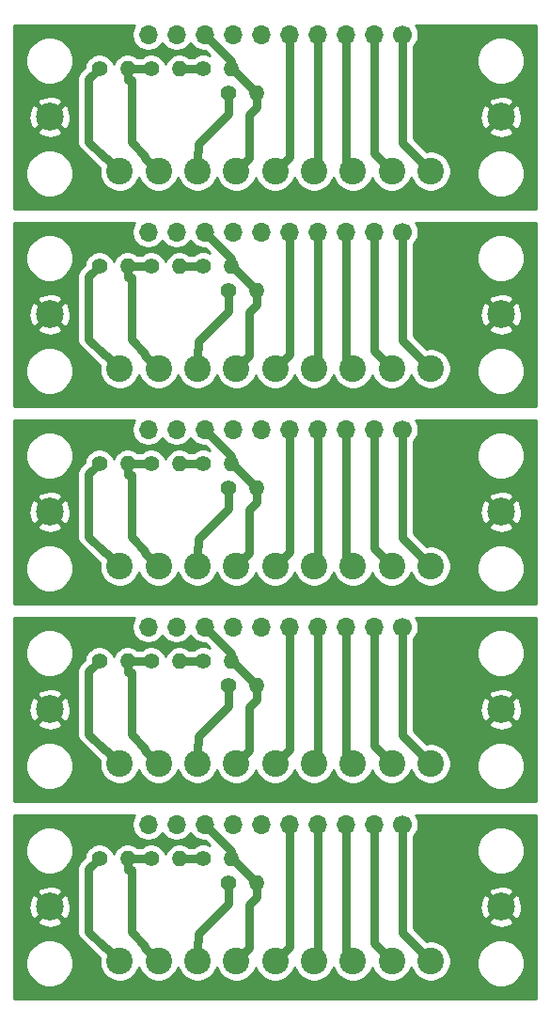
<source format=gbr>
G04 #@! TF.GenerationSoftware,KiCad,Pcbnew,5.1.5-52549c5~86~ubuntu18.04.1*
G04 #@! TF.CreationDate,2020-09-30T17:29:46-05:00*
G04 #@! TF.ProjectId,,58585858-5858-4585-9858-585858585858,rev?*
G04 #@! TF.SameCoordinates,Original*
G04 #@! TF.FileFunction,Copper,L2,Bot*
G04 #@! TF.FilePolarity,Positive*
%FSLAX46Y46*%
G04 Gerber Fmt 4.6, Leading zero omitted, Abs format (unit mm)*
G04 Created by KiCad (PCBNEW 5.1.5-52549c5~86~ubuntu18.04.1) date 2020-09-30 17:29:46*
%MOMM*%
%LPD*%
G04 APERTURE LIST*
%ADD10C,1.400000*%
%ADD11O,1.400000X1.400000*%
%ADD12C,2.400000*%
%ADD13C,1.700000*%
%ADD14O,1.700000X1.700000*%
%ADD15C,2.499360*%
%ADD16C,0.750000*%
%ADD17C,0.254000*%
G04 APERTURE END LIST*
D10*
X121920000Y-108813600D03*
D11*
X124460000Y-108813600D03*
D10*
X121920000Y-91033600D03*
D11*
X124460000Y-91033600D03*
D10*
X121920000Y-73253600D03*
D11*
X124460000Y-73253600D03*
D10*
X121920000Y-55473600D03*
D11*
X124460000Y-55473600D03*
D12*
X112121200Y-115824000D03*
X115621200Y-115824000D03*
X119121200Y-115824000D03*
X122621200Y-115824000D03*
X126121200Y-115824000D03*
X129621200Y-115824000D03*
X133121200Y-115824000D03*
X136621200Y-115824000D03*
X140121200Y-115824000D03*
X112121200Y-98044000D03*
X115621200Y-98044000D03*
X119121200Y-98044000D03*
X122621200Y-98044000D03*
X126121200Y-98044000D03*
X129621200Y-98044000D03*
X133121200Y-98044000D03*
X136621200Y-98044000D03*
X140121200Y-98044000D03*
X112121200Y-80264000D03*
X115621200Y-80264000D03*
X119121200Y-80264000D03*
X122621200Y-80264000D03*
X126121200Y-80264000D03*
X129621200Y-80264000D03*
X133121200Y-80264000D03*
X136621200Y-80264000D03*
X140121200Y-80264000D03*
X112121200Y-62484000D03*
X115621200Y-62484000D03*
X119121200Y-62484000D03*
X122621200Y-62484000D03*
X126121200Y-62484000D03*
X129621200Y-62484000D03*
X133121200Y-62484000D03*
X136621200Y-62484000D03*
X140121200Y-62484000D03*
D13*
X137551200Y-103505000D03*
D14*
X135011200Y-103505000D03*
X132471200Y-103505000D03*
X129931200Y-103505000D03*
X127391200Y-103505000D03*
X124851200Y-103505000D03*
X122311200Y-103505000D03*
X119771200Y-103505000D03*
X117231200Y-103505000D03*
X114691200Y-103505000D03*
D13*
X137551200Y-85725000D03*
D14*
X135011200Y-85725000D03*
X132471200Y-85725000D03*
X129931200Y-85725000D03*
X127391200Y-85725000D03*
X124851200Y-85725000D03*
X122311200Y-85725000D03*
X119771200Y-85725000D03*
X117231200Y-85725000D03*
X114691200Y-85725000D03*
D13*
X137551200Y-67945000D03*
D14*
X135011200Y-67945000D03*
X132471200Y-67945000D03*
X129931200Y-67945000D03*
X127391200Y-67945000D03*
X124851200Y-67945000D03*
X122311200Y-67945000D03*
X119771200Y-67945000D03*
X117231200Y-67945000D03*
X114691200Y-67945000D03*
D13*
X137551200Y-50165000D03*
D14*
X135011200Y-50165000D03*
X132471200Y-50165000D03*
X129931200Y-50165000D03*
X127391200Y-50165000D03*
X124851200Y-50165000D03*
X122311200Y-50165000D03*
X119771200Y-50165000D03*
X117231200Y-50165000D03*
X114691200Y-50165000D03*
D15*
X146441200Y-110932000D03*
X146441200Y-93152000D03*
X146441200Y-75372000D03*
X146441200Y-57592000D03*
X105801200Y-110932000D03*
X105801200Y-93152000D03*
X105801200Y-75372000D03*
X105801200Y-57592000D03*
D10*
X110286800Y-106578400D03*
D11*
X112826800Y-106578400D03*
D10*
X110286800Y-88798400D03*
D11*
X112826800Y-88798400D03*
D10*
X110286800Y-71018400D03*
D11*
X112826800Y-71018400D03*
D10*
X110286800Y-53238400D03*
D11*
X112826800Y-53238400D03*
D10*
X114960400Y-106578400D03*
D11*
X117500400Y-106578400D03*
D10*
X114960400Y-88798400D03*
D11*
X117500400Y-88798400D03*
D10*
X114960400Y-71018400D03*
D11*
X117500400Y-71018400D03*
D10*
X114960400Y-53238400D03*
D11*
X117500400Y-53238400D03*
D10*
X119634000Y-106578400D03*
D11*
X122174000Y-106578400D03*
D10*
X119634000Y-88798400D03*
D11*
X122174000Y-88798400D03*
D10*
X119634000Y-71018400D03*
D11*
X122174000Y-71018400D03*
D10*
X119634000Y-53238400D03*
D11*
X122174000Y-53238400D03*
X122174000Y-35458400D03*
D10*
X119634000Y-35458400D03*
D11*
X117500400Y-35458400D03*
D10*
X114960400Y-35458400D03*
D11*
X112826800Y-35458400D03*
D10*
X110286800Y-35458400D03*
D11*
X124460000Y-37693600D03*
D10*
X121920000Y-37693600D03*
D12*
X140121200Y-44704000D03*
X136621200Y-44704000D03*
X133121200Y-44704000D03*
X129621200Y-44704000D03*
X126121200Y-44704000D03*
X122621200Y-44704000D03*
X119121200Y-44704000D03*
X115621200Y-44704000D03*
X112121200Y-44704000D03*
D14*
X114691200Y-32385000D03*
X117231200Y-32385000D03*
X119771200Y-32385000D03*
X122311200Y-32385000D03*
X124851200Y-32385000D03*
X127391200Y-32385000D03*
X129931200Y-32385000D03*
X132471200Y-32385000D03*
X135011200Y-32385000D03*
D13*
X137551200Y-32385000D03*
D15*
X146441200Y-39812000D03*
X105801200Y-39812000D03*
D16*
X123821199Y-39602401D02*
X124460000Y-38963600D01*
X122621200Y-44704000D02*
X123821199Y-43504001D01*
X124460000Y-38963600D02*
X124460000Y-37693600D01*
X123821199Y-43504001D02*
X123821199Y-39602401D01*
X122224800Y-35458400D02*
X124460000Y-37693600D01*
X122174000Y-35458400D02*
X122224800Y-35458400D01*
X119771200Y-32385000D02*
X119771200Y-32654200D01*
X122174000Y-34787800D02*
X119771200Y-32385000D01*
X122174000Y-35458400D02*
X122174000Y-34787800D01*
X122224800Y-53238400D02*
X124460000Y-55473600D01*
X122224800Y-71018400D02*
X124460000Y-73253600D01*
X122224800Y-88798400D02*
X124460000Y-91033600D01*
X122224800Y-106578400D02*
X124460000Y-108813600D01*
X122621200Y-62484000D02*
X123821199Y-61284001D01*
X122621200Y-80264000D02*
X123821199Y-79064001D01*
X122621200Y-98044000D02*
X123821199Y-96844001D01*
X122621200Y-115824000D02*
X123821199Y-114624001D01*
X123821199Y-61284001D02*
X123821199Y-57382401D01*
X123821199Y-79064001D02*
X123821199Y-75162401D01*
X123821199Y-96844001D02*
X123821199Y-92942401D01*
X123821199Y-114624001D02*
X123821199Y-110722401D01*
X123821199Y-57382401D02*
X124460000Y-56743600D01*
X123821199Y-75162401D02*
X124460000Y-74523600D01*
X123821199Y-92942401D02*
X124460000Y-92303600D01*
X123821199Y-110722401D02*
X124460000Y-110083600D01*
X122174000Y-53238400D02*
X122224800Y-53238400D01*
X122174000Y-71018400D02*
X122224800Y-71018400D01*
X122174000Y-88798400D02*
X122224800Y-88798400D01*
X122174000Y-106578400D02*
X122224800Y-106578400D01*
X122174000Y-52567800D02*
X119771200Y-50165000D01*
X122174000Y-70347800D02*
X119771200Y-67945000D01*
X122174000Y-88127800D02*
X119771200Y-85725000D01*
X122174000Y-105907800D02*
X119771200Y-103505000D01*
X122174000Y-53238400D02*
X122174000Y-52567800D01*
X122174000Y-71018400D02*
X122174000Y-70347800D01*
X122174000Y-88798400D02*
X122174000Y-88127800D01*
X122174000Y-106578400D02*
X122174000Y-105907800D01*
X124460000Y-56743600D02*
X124460000Y-55473600D01*
X124460000Y-74523600D02*
X124460000Y-73253600D01*
X124460000Y-92303600D02*
X124460000Y-91033600D01*
X124460000Y-110083600D02*
X124460000Y-108813600D01*
X119771200Y-50165000D02*
X119771200Y-50434200D01*
X119771200Y-67945000D02*
X119771200Y-68214200D01*
X119771200Y-85725000D02*
X119771200Y-85994200D01*
X119771200Y-103505000D02*
X119771200Y-103774200D01*
X117500400Y-35458400D02*
X119634000Y-35458400D01*
X117500400Y-53238400D02*
X119634000Y-53238400D01*
X117500400Y-71018400D02*
X119634000Y-71018400D01*
X117500400Y-88798400D02*
X119634000Y-88798400D01*
X117500400Y-106578400D02*
X119634000Y-106578400D01*
X127391200Y-43434000D02*
X126121200Y-44704000D01*
X127391200Y-32385000D02*
X127391200Y-43434000D01*
X127391200Y-61214000D02*
X126121200Y-62484000D01*
X127391200Y-78994000D02*
X126121200Y-80264000D01*
X127391200Y-96774000D02*
X126121200Y-98044000D01*
X127391200Y-114554000D02*
X126121200Y-115824000D01*
X127391200Y-50165000D02*
X127391200Y-61214000D01*
X127391200Y-67945000D02*
X127391200Y-78994000D01*
X127391200Y-85725000D02*
X127391200Y-96774000D01*
X127391200Y-103505000D02*
X127391200Y-114554000D01*
X129931200Y-44394000D02*
X129621200Y-44704000D01*
X129931200Y-32385000D02*
X129931200Y-44394000D01*
X129931200Y-62174000D02*
X129621200Y-62484000D01*
X129931200Y-79954000D02*
X129621200Y-80264000D01*
X129931200Y-97734000D02*
X129621200Y-98044000D01*
X129931200Y-115514000D02*
X129621200Y-115824000D01*
X129931200Y-50165000D02*
X129931200Y-62174000D01*
X129931200Y-67945000D02*
X129931200Y-79954000D01*
X129931200Y-85725000D02*
X129931200Y-97734000D01*
X129931200Y-103505000D02*
X129931200Y-115514000D01*
X132471200Y-44054000D02*
X133121200Y-44704000D01*
X132471200Y-32385000D02*
X132471200Y-44054000D01*
X132471200Y-50165000D02*
X132471200Y-61834000D01*
X132471200Y-67945000D02*
X132471200Y-79614000D01*
X132471200Y-85725000D02*
X132471200Y-97394000D01*
X132471200Y-103505000D02*
X132471200Y-115174000D01*
X132471200Y-61834000D02*
X133121200Y-62484000D01*
X132471200Y-79614000D02*
X133121200Y-80264000D01*
X132471200Y-97394000D02*
X133121200Y-98044000D01*
X132471200Y-115174000D02*
X133121200Y-115824000D01*
X135011200Y-43094000D02*
X136621200Y-44704000D01*
X135011200Y-32385000D02*
X135011200Y-43094000D01*
X135011200Y-50165000D02*
X135011200Y-60874000D01*
X135011200Y-67945000D02*
X135011200Y-78654000D01*
X135011200Y-85725000D02*
X135011200Y-96434000D01*
X135011200Y-103505000D02*
X135011200Y-114214000D01*
X135011200Y-60874000D02*
X136621200Y-62484000D01*
X135011200Y-78654000D02*
X136621200Y-80264000D01*
X135011200Y-96434000D02*
X136621200Y-98044000D01*
X135011200Y-114214000D02*
X136621200Y-115824000D01*
X137551200Y-42134000D02*
X140121200Y-44704000D01*
X137551200Y-32385000D02*
X137551200Y-42134000D01*
X137551200Y-59914000D02*
X140121200Y-62484000D01*
X137551200Y-77694000D02*
X140121200Y-80264000D01*
X137551200Y-95474000D02*
X140121200Y-98044000D01*
X137551200Y-113254000D02*
X140121200Y-115824000D01*
X137551200Y-50165000D02*
X137551200Y-59914000D01*
X137551200Y-67945000D02*
X137551200Y-77694000D01*
X137551200Y-85725000D02*
X137551200Y-95474000D01*
X137551200Y-103505000D02*
X137551200Y-113254000D01*
X119121200Y-43006944D02*
X119227600Y-42900544D01*
X119121200Y-44704000D02*
X119121200Y-43006944D01*
X119227600Y-42900544D02*
X119227600Y-42214800D01*
X121920000Y-39522400D02*
X121920000Y-37693600D01*
X119227600Y-42214800D02*
X121920000Y-39522400D01*
X119227600Y-60680544D02*
X119227600Y-59994800D01*
X119227600Y-78460544D02*
X119227600Y-77774800D01*
X119227600Y-96240544D02*
X119227600Y-95554800D01*
X119227600Y-114020544D02*
X119227600Y-113334800D01*
X119227600Y-59994800D02*
X121920000Y-57302400D01*
X119227600Y-77774800D02*
X121920000Y-75082400D01*
X119227600Y-95554800D02*
X121920000Y-92862400D01*
X119227600Y-113334800D02*
X121920000Y-110642400D01*
X119121200Y-62484000D02*
X119121200Y-60786944D01*
X119121200Y-80264000D02*
X119121200Y-78566944D01*
X119121200Y-98044000D02*
X119121200Y-96346944D01*
X119121200Y-115824000D02*
X119121200Y-114126944D01*
X119121200Y-60786944D02*
X119227600Y-60680544D01*
X119121200Y-78566944D02*
X119227600Y-78460544D01*
X119121200Y-96346944D02*
X119227600Y-96240544D01*
X119121200Y-114126944D02*
X119227600Y-114020544D01*
X121920000Y-57302400D02*
X121920000Y-55473600D01*
X121920000Y-75082400D02*
X121920000Y-73253600D01*
X121920000Y-92862400D02*
X121920000Y-91033600D01*
X121920000Y-110642400D02*
X121920000Y-108813600D01*
X114421201Y-43504001D02*
X114421201Y-43428201D01*
X115621200Y-44704000D02*
X114421201Y-43504001D01*
X114421201Y-43504001D02*
X114421201Y-43326601D01*
X114421201Y-43326601D02*
X113182400Y-42087800D01*
X113182400Y-42087800D02*
X113182400Y-36499800D01*
X112826800Y-36448349D02*
X112826800Y-35458400D01*
X113182400Y-36499800D02*
X112878251Y-36499800D01*
X112878251Y-36499800D02*
X112826800Y-36448349D01*
X112826800Y-35458400D02*
X114960400Y-35458400D01*
X112878251Y-54279800D02*
X112826800Y-54228349D01*
X112878251Y-72059800D02*
X112826800Y-72008349D01*
X112878251Y-89839800D02*
X112826800Y-89788349D01*
X112878251Y-107619800D02*
X112826800Y-107568349D01*
X114421201Y-61106601D02*
X113182400Y-59867800D01*
X114421201Y-78886601D02*
X113182400Y-77647800D01*
X114421201Y-96666601D02*
X113182400Y-95427800D01*
X114421201Y-114446601D02*
X113182400Y-113207800D01*
X112826800Y-53238400D02*
X114960400Y-53238400D01*
X112826800Y-71018400D02*
X114960400Y-71018400D01*
X112826800Y-88798400D02*
X114960400Y-88798400D01*
X112826800Y-106578400D02*
X114960400Y-106578400D01*
X115621200Y-62484000D02*
X114421201Y-61284001D01*
X115621200Y-80264000D02*
X114421201Y-79064001D01*
X115621200Y-98044000D02*
X114421201Y-96844001D01*
X115621200Y-115824000D02*
X114421201Y-114624001D01*
X114421201Y-61284001D02*
X114421201Y-61106601D01*
X114421201Y-79064001D02*
X114421201Y-78886601D01*
X114421201Y-96844001D02*
X114421201Y-96666601D01*
X114421201Y-114624001D02*
X114421201Y-114446601D01*
X113182400Y-59867800D02*
X113182400Y-54279800D01*
X113182400Y-77647800D02*
X113182400Y-72059800D01*
X113182400Y-95427800D02*
X113182400Y-89839800D01*
X113182400Y-113207800D02*
X113182400Y-107619800D01*
X112826800Y-54228349D02*
X112826800Y-53238400D01*
X112826800Y-72008349D02*
X112826800Y-71018400D01*
X112826800Y-89788349D02*
X112826800Y-88798400D01*
X112826800Y-107568349D02*
X112826800Y-106578400D01*
X114421201Y-61284001D02*
X114421201Y-61208201D01*
X114421201Y-79064001D02*
X114421201Y-78988201D01*
X114421201Y-96844001D02*
X114421201Y-96768201D01*
X114421201Y-114624001D02*
X114421201Y-114548201D01*
X113182400Y-54279800D02*
X112878251Y-54279800D01*
X113182400Y-72059800D02*
X112878251Y-72059800D01*
X113182400Y-89839800D02*
X112878251Y-89839800D01*
X113182400Y-107619800D02*
X112878251Y-107619800D01*
X110921201Y-43504001D02*
X110788601Y-43504001D01*
X112121200Y-44704000D02*
X110921201Y-43504001D01*
X110788601Y-43504001D02*
X109321600Y-42037000D01*
X109321600Y-36423600D02*
X110286800Y-35458400D01*
X109321600Y-42037000D02*
X109321600Y-36423600D01*
X110788601Y-61284001D02*
X109321600Y-59817000D01*
X110788601Y-79064001D02*
X109321600Y-77597000D01*
X110788601Y-96844001D02*
X109321600Y-95377000D01*
X110788601Y-114624001D02*
X109321600Y-113157000D01*
X109321600Y-59817000D02*
X109321600Y-54203600D01*
X109321600Y-77597000D02*
X109321600Y-71983600D01*
X109321600Y-95377000D02*
X109321600Y-89763600D01*
X109321600Y-113157000D02*
X109321600Y-107543600D01*
X112121200Y-62484000D02*
X110921201Y-61284001D01*
X112121200Y-80264000D02*
X110921201Y-79064001D01*
X112121200Y-98044000D02*
X110921201Y-96844001D01*
X112121200Y-115824000D02*
X110921201Y-114624001D01*
X109321600Y-54203600D02*
X110286800Y-53238400D01*
X109321600Y-71983600D02*
X110286800Y-71018400D01*
X109321600Y-89763600D02*
X110286800Y-88798400D01*
X109321600Y-107543600D02*
X110286800Y-106578400D01*
X110921201Y-61284001D02*
X110788601Y-61284001D01*
X110921201Y-79064001D02*
X110788601Y-79064001D01*
X110921201Y-96844001D02*
X110788601Y-96844001D01*
X110921201Y-114624001D02*
X110788601Y-114624001D01*
D17*
G36*
X113375210Y-31681589D02*
G01*
X113263268Y-31951842D01*
X113206200Y-32238740D01*
X113206200Y-32531260D01*
X113263268Y-32818158D01*
X113375210Y-33088411D01*
X113537725Y-33331632D01*
X113744568Y-33538475D01*
X113987789Y-33700990D01*
X114258042Y-33812932D01*
X114544940Y-33870000D01*
X114837460Y-33870000D01*
X115124358Y-33812932D01*
X115394611Y-33700990D01*
X115637832Y-33538475D01*
X115844675Y-33331632D01*
X115961200Y-33157240D01*
X116077725Y-33331632D01*
X116284568Y-33538475D01*
X116527789Y-33700990D01*
X116798042Y-33812932D01*
X117084940Y-33870000D01*
X117377460Y-33870000D01*
X117664358Y-33812932D01*
X117934611Y-33700990D01*
X118177832Y-33538475D01*
X118384675Y-33331632D01*
X118501200Y-33157240D01*
X118617725Y-33331632D01*
X118824568Y-33538475D01*
X119067789Y-33700990D01*
X119338042Y-33812932D01*
X119624940Y-33870000D01*
X119827845Y-33870000D01*
X120209726Y-34251881D01*
X120023405Y-34174704D01*
X119765486Y-34123400D01*
X119502514Y-34123400D01*
X119244595Y-34174704D01*
X119001641Y-34275339D01*
X118782987Y-34421438D01*
X118756025Y-34448400D01*
X118378375Y-34448400D01*
X118351413Y-34421438D01*
X118132759Y-34275339D01*
X117889805Y-34174704D01*
X117631886Y-34123400D01*
X117368914Y-34123400D01*
X117110995Y-34174704D01*
X116868041Y-34275339D01*
X116649387Y-34421438D01*
X116463438Y-34607387D01*
X116317339Y-34826041D01*
X116230400Y-35035930D01*
X116143461Y-34826041D01*
X115997362Y-34607387D01*
X115811413Y-34421438D01*
X115592759Y-34275339D01*
X115349805Y-34174704D01*
X115091886Y-34123400D01*
X114828914Y-34123400D01*
X114570995Y-34174704D01*
X114328041Y-34275339D01*
X114109387Y-34421438D01*
X114082425Y-34448400D01*
X113704775Y-34448400D01*
X113677813Y-34421438D01*
X113459159Y-34275339D01*
X113216205Y-34174704D01*
X112958286Y-34123400D01*
X112695314Y-34123400D01*
X112437395Y-34174704D01*
X112194441Y-34275339D01*
X111975787Y-34421438D01*
X111789838Y-34607387D01*
X111643739Y-34826041D01*
X111556800Y-35035930D01*
X111469861Y-34826041D01*
X111323762Y-34607387D01*
X111137813Y-34421438D01*
X110919159Y-34275339D01*
X110676205Y-34174704D01*
X110418286Y-34123400D01*
X110155314Y-34123400D01*
X109897395Y-34174704D01*
X109654441Y-34275339D01*
X109435787Y-34421438D01*
X109249838Y-34607387D01*
X109103739Y-34826041D01*
X109003104Y-35068995D01*
X108951800Y-35326914D01*
X108951800Y-35365045D01*
X108642501Y-35674344D01*
X108603968Y-35705967D01*
X108572345Y-35744500D01*
X108572344Y-35744501D01*
X108477754Y-35859760D01*
X108383968Y-36035221D01*
X108326215Y-36225606D01*
X108306714Y-36423600D01*
X108311601Y-36473218D01*
X108311600Y-41987392D01*
X108306714Y-42037000D01*
X108326215Y-42234994D01*
X108369101Y-42376368D01*
X108383968Y-42425379D01*
X108477753Y-42600840D01*
X108603967Y-42754633D01*
X108642506Y-42786261D01*
X110039345Y-44183100D01*
X110070968Y-44221634D01*
X110224761Y-44347848D01*
X110311835Y-44394390D01*
X110286200Y-44523268D01*
X110286200Y-44884732D01*
X110356718Y-45239250D01*
X110495044Y-45573199D01*
X110695862Y-45873744D01*
X110951456Y-46129338D01*
X111252001Y-46330156D01*
X111585950Y-46468482D01*
X111940468Y-46539000D01*
X112301932Y-46539000D01*
X112656450Y-46468482D01*
X112990399Y-46330156D01*
X113290944Y-46129338D01*
X113546538Y-45873744D01*
X113747356Y-45573199D01*
X113871200Y-45274213D01*
X113995044Y-45573199D01*
X114195862Y-45873744D01*
X114451456Y-46129338D01*
X114752001Y-46330156D01*
X115085950Y-46468482D01*
X115440468Y-46539000D01*
X115801932Y-46539000D01*
X116156450Y-46468482D01*
X116490399Y-46330156D01*
X116790944Y-46129338D01*
X117046538Y-45873744D01*
X117247356Y-45573199D01*
X117371200Y-45274213D01*
X117495044Y-45573199D01*
X117695862Y-45873744D01*
X117951456Y-46129338D01*
X118252001Y-46330156D01*
X118585950Y-46468482D01*
X118940468Y-46539000D01*
X119301932Y-46539000D01*
X119656450Y-46468482D01*
X119990399Y-46330156D01*
X120290944Y-46129338D01*
X120546538Y-45873744D01*
X120747356Y-45573199D01*
X120871200Y-45274213D01*
X120995044Y-45573199D01*
X121195862Y-45873744D01*
X121451456Y-46129338D01*
X121752001Y-46330156D01*
X122085950Y-46468482D01*
X122440468Y-46539000D01*
X122801932Y-46539000D01*
X123156450Y-46468482D01*
X123490399Y-46330156D01*
X123790944Y-46129338D01*
X124046538Y-45873744D01*
X124247356Y-45573199D01*
X124371200Y-45274213D01*
X124495044Y-45573199D01*
X124695862Y-45873744D01*
X124951456Y-46129338D01*
X125252001Y-46330156D01*
X125585950Y-46468482D01*
X125940468Y-46539000D01*
X126301932Y-46539000D01*
X126656450Y-46468482D01*
X126990399Y-46330156D01*
X127290944Y-46129338D01*
X127546538Y-45873744D01*
X127747356Y-45573199D01*
X127871200Y-45274213D01*
X127995044Y-45573199D01*
X128195862Y-45873744D01*
X128451456Y-46129338D01*
X128752001Y-46330156D01*
X129085950Y-46468482D01*
X129440468Y-46539000D01*
X129801932Y-46539000D01*
X130156450Y-46468482D01*
X130490399Y-46330156D01*
X130790944Y-46129338D01*
X131046538Y-45873744D01*
X131247356Y-45573199D01*
X131371200Y-45274213D01*
X131495044Y-45573199D01*
X131695862Y-45873744D01*
X131951456Y-46129338D01*
X132252001Y-46330156D01*
X132585950Y-46468482D01*
X132940468Y-46539000D01*
X133301932Y-46539000D01*
X133656450Y-46468482D01*
X133990399Y-46330156D01*
X134290944Y-46129338D01*
X134546538Y-45873744D01*
X134747356Y-45573199D01*
X134871200Y-45274213D01*
X134995044Y-45573199D01*
X135195862Y-45873744D01*
X135451456Y-46129338D01*
X135752001Y-46330156D01*
X136085950Y-46468482D01*
X136440468Y-46539000D01*
X136801932Y-46539000D01*
X137156450Y-46468482D01*
X137490399Y-46330156D01*
X137790944Y-46129338D01*
X138046538Y-45873744D01*
X138247356Y-45573199D01*
X138371200Y-45274213D01*
X138495044Y-45573199D01*
X138695862Y-45873744D01*
X138951456Y-46129338D01*
X139252001Y-46330156D01*
X139585950Y-46468482D01*
X139940468Y-46539000D01*
X140301932Y-46539000D01*
X140656450Y-46468482D01*
X140990399Y-46330156D01*
X141290944Y-46129338D01*
X141546538Y-45873744D01*
X141747356Y-45573199D01*
X141885682Y-45239250D01*
X141956200Y-44884732D01*
X141956200Y-44681721D01*
X144306200Y-44681721D01*
X144306200Y-45102279D01*
X144388247Y-45514756D01*
X144549188Y-45903302D01*
X144782837Y-46252983D01*
X145080217Y-46550363D01*
X145429898Y-46784012D01*
X145818444Y-46944953D01*
X146230921Y-47027000D01*
X146651479Y-47027000D01*
X147063956Y-46944953D01*
X147452502Y-46784012D01*
X147802183Y-46550363D01*
X148099563Y-46252983D01*
X148333212Y-45903302D01*
X148494153Y-45514756D01*
X148576200Y-45102279D01*
X148576200Y-44681721D01*
X148494153Y-44269244D01*
X148333212Y-43880698D01*
X148099563Y-43531017D01*
X147802183Y-43233637D01*
X147452502Y-42999988D01*
X147063956Y-42839047D01*
X146651479Y-42757000D01*
X146230921Y-42757000D01*
X145818444Y-42839047D01*
X145429898Y-42999988D01*
X145080217Y-43233637D01*
X144782837Y-43531017D01*
X144549188Y-43880698D01*
X144388247Y-44269244D01*
X144306200Y-44681721D01*
X141956200Y-44681721D01*
X141956200Y-44523268D01*
X141885682Y-44168750D01*
X141747356Y-43834801D01*
X141546538Y-43534256D01*
X141290944Y-43278662D01*
X140990399Y-43077844D01*
X140656450Y-42939518D01*
X140301932Y-42869000D01*
X139940468Y-42869000D01*
X139752037Y-42906481D01*
X138561200Y-41715645D01*
X138561200Y-41125377D01*
X145307429Y-41125377D01*
X145433304Y-41415315D01*
X145765462Y-41581139D01*
X146123587Y-41678975D01*
X146493919Y-41705065D01*
X146862225Y-41658405D01*
X147214351Y-41540789D01*
X147449096Y-41415315D01*
X147574971Y-41125377D01*
X146441200Y-39991605D01*
X145307429Y-41125377D01*
X138561200Y-41125377D01*
X138561200Y-39864719D01*
X144548135Y-39864719D01*
X144594795Y-40233025D01*
X144712411Y-40585151D01*
X144837885Y-40819896D01*
X145127823Y-40945771D01*
X146261595Y-39812000D01*
X146620805Y-39812000D01*
X147754577Y-40945771D01*
X148044515Y-40819896D01*
X148210339Y-40487738D01*
X148308175Y-40129613D01*
X148334265Y-39759281D01*
X148287605Y-39390975D01*
X148169989Y-39038849D01*
X148044515Y-38804104D01*
X147754577Y-38678229D01*
X146620805Y-39812000D01*
X146261595Y-39812000D01*
X145127823Y-38678229D01*
X144837885Y-38804104D01*
X144672061Y-39136262D01*
X144574225Y-39494387D01*
X144548135Y-39864719D01*
X138561200Y-39864719D01*
X138561200Y-38498623D01*
X145307429Y-38498623D01*
X146441200Y-39632395D01*
X147574971Y-38498623D01*
X147449096Y-38208685D01*
X147116938Y-38042861D01*
X146758813Y-37945025D01*
X146388481Y-37918935D01*
X146020175Y-37965595D01*
X145668049Y-38083211D01*
X145433304Y-38208685D01*
X145307429Y-38498623D01*
X138561200Y-38498623D01*
X138561200Y-34521721D01*
X144306200Y-34521721D01*
X144306200Y-34942279D01*
X144388247Y-35354756D01*
X144549188Y-35743302D01*
X144782837Y-36092983D01*
X145080217Y-36390363D01*
X145429898Y-36624012D01*
X145818444Y-36784953D01*
X146230921Y-36867000D01*
X146651479Y-36867000D01*
X147063956Y-36784953D01*
X147452502Y-36624012D01*
X147802183Y-36390363D01*
X148099563Y-36092983D01*
X148333212Y-35743302D01*
X148494153Y-35354756D01*
X148576200Y-34942279D01*
X148576200Y-34521721D01*
X148494153Y-34109244D01*
X148333212Y-33720698D01*
X148099563Y-33371017D01*
X147802183Y-33073637D01*
X147452502Y-32839988D01*
X147063956Y-32679047D01*
X146651479Y-32597000D01*
X146230921Y-32597000D01*
X145818444Y-32679047D01*
X145429898Y-32839988D01*
X145080217Y-33073637D01*
X144782837Y-33371017D01*
X144549188Y-33720698D01*
X144388247Y-34109244D01*
X144306200Y-34521721D01*
X138561200Y-34521721D01*
X138561200Y-33475107D01*
X138704675Y-33331632D01*
X138867190Y-33088411D01*
X138979132Y-32818158D01*
X139036200Y-32531260D01*
X139036200Y-32238740D01*
X138979132Y-31951842D01*
X138867190Y-31681589D01*
X138800647Y-31582000D01*
X149591200Y-31582000D01*
X149591201Y-48042000D01*
X102651200Y-48042000D01*
X102651200Y-44681721D01*
X103666200Y-44681721D01*
X103666200Y-45102279D01*
X103748247Y-45514756D01*
X103909188Y-45903302D01*
X104142837Y-46252983D01*
X104440217Y-46550363D01*
X104789898Y-46784012D01*
X105178444Y-46944953D01*
X105590921Y-47027000D01*
X106011479Y-47027000D01*
X106423956Y-46944953D01*
X106812502Y-46784012D01*
X107162183Y-46550363D01*
X107459563Y-46252983D01*
X107693212Y-45903302D01*
X107854153Y-45514756D01*
X107936200Y-45102279D01*
X107936200Y-44681721D01*
X107854153Y-44269244D01*
X107693212Y-43880698D01*
X107459563Y-43531017D01*
X107162183Y-43233637D01*
X106812502Y-42999988D01*
X106423956Y-42839047D01*
X106011479Y-42757000D01*
X105590921Y-42757000D01*
X105178444Y-42839047D01*
X104789898Y-42999988D01*
X104440217Y-43233637D01*
X104142837Y-43531017D01*
X103909188Y-43880698D01*
X103748247Y-44269244D01*
X103666200Y-44681721D01*
X102651200Y-44681721D01*
X102651200Y-41125377D01*
X104667429Y-41125377D01*
X104793304Y-41415315D01*
X105125462Y-41581139D01*
X105483587Y-41678975D01*
X105853919Y-41705065D01*
X106222225Y-41658405D01*
X106574351Y-41540789D01*
X106809096Y-41415315D01*
X106934971Y-41125377D01*
X105801200Y-39991605D01*
X104667429Y-41125377D01*
X102651200Y-41125377D01*
X102651200Y-39864719D01*
X103908135Y-39864719D01*
X103954795Y-40233025D01*
X104072411Y-40585151D01*
X104197885Y-40819896D01*
X104487823Y-40945771D01*
X105621595Y-39812000D01*
X105980805Y-39812000D01*
X107114577Y-40945771D01*
X107404515Y-40819896D01*
X107570339Y-40487738D01*
X107668175Y-40129613D01*
X107694265Y-39759281D01*
X107647605Y-39390975D01*
X107529989Y-39038849D01*
X107404515Y-38804104D01*
X107114577Y-38678229D01*
X105980805Y-39812000D01*
X105621595Y-39812000D01*
X104487823Y-38678229D01*
X104197885Y-38804104D01*
X104032061Y-39136262D01*
X103934225Y-39494387D01*
X103908135Y-39864719D01*
X102651200Y-39864719D01*
X102651200Y-38498623D01*
X104667429Y-38498623D01*
X105801200Y-39632395D01*
X106934971Y-38498623D01*
X106809096Y-38208685D01*
X106476938Y-38042861D01*
X106118813Y-37945025D01*
X105748481Y-37918935D01*
X105380175Y-37965595D01*
X105028049Y-38083211D01*
X104793304Y-38208685D01*
X104667429Y-38498623D01*
X102651200Y-38498623D01*
X102651200Y-34521721D01*
X103666200Y-34521721D01*
X103666200Y-34942279D01*
X103748247Y-35354756D01*
X103909188Y-35743302D01*
X104142837Y-36092983D01*
X104440217Y-36390363D01*
X104789898Y-36624012D01*
X105178444Y-36784953D01*
X105590921Y-36867000D01*
X106011479Y-36867000D01*
X106423956Y-36784953D01*
X106812502Y-36624012D01*
X107162183Y-36390363D01*
X107459563Y-36092983D01*
X107693212Y-35743302D01*
X107854153Y-35354756D01*
X107936200Y-34942279D01*
X107936200Y-34521721D01*
X107854153Y-34109244D01*
X107693212Y-33720698D01*
X107459563Y-33371017D01*
X107162183Y-33073637D01*
X106812502Y-32839988D01*
X106423956Y-32679047D01*
X106011479Y-32597000D01*
X105590921Y-32597000D01*
X105178444Y-32679047D01*
X104789898Y-32839988D01*
X104440217Y-33073637D01*
X104142837Y-33371017D01*
X103909188Y-33720698D01*
X103748247Y-34109244D01*
X103666200Y-34521721D01*
X102651200Y-34521721D01*
X102651200Y-31582000D01*
X113441753Y-31582000D01*
X113375210Y-31681589D01*
G37*
X113375210Y-31681589D02*
X113263268Y-31951842D01*
X113206200Y-32238740D01*
X113206200Y-32531260D01*
X113263268Y-32818158D01*
X113375210Y-33088411D01*
X113537725Y-33331632D01*
X113744568Y-33538475D01*
X113987789Y-33700990D01*
X114258042Y-33812932D01*
X114544940Y-33870000D01*
X114837460Y-33870000D01*
X115124358Y-33812932D01*
X115394611Y-33700990D01*
X115637832Y-33538475D01*
X115844675Y-33331632D01*
X115961200Y-33157240D01*
X116077725Y-33331632D01*
X116284568Y-33538475D01*
X116527789Y-33700990D01*
X116798042Y-33812932D01*
X117084940Y-33870000D01*
X117377460Y-33870000D01*
X117664358Y-33812932D01*
X117934611Y-33700990D01*
X118177832Y-33538475D01*
X118384675Y-33331632D01*
X118501200Y-33157240D01*
X118617725Y-33331632D01*
X118824568Y-33538475D01*
X119067789Y-33700990D01*
X119338042Y-33812932D01*
X119624940Y-33870000D01*
X119827845Y-33870000D01*
X120209726Y-34251881D01*
X120023405Y-34174704D01*
X119765486Y-34123400D01*
X119502514Y-34123400D01*
X119244595Y-34174704D01*
X119001641Y-34275339D01*
X118782987Y-34421438D01*
X118756025Y-34448400D01*
X118378375Y-34448400D01*
X118351413Y-34421438D01*
X118132759Y-34275339D01*
X117889805Y-34174704D01*
X117631886Y-34123400D01*
X117368914Y-34123400D01*
X117110995Y-34174704D01*
X116868041Y-34275339D01*
X116649387Y-34421438D01*
X116463438Y-34607387D01*
X116317339Y-34826041D01*
X116230400Y-35035930D01*
X116143461Y-34826041D01*
X115997362Y-34607387D01*
X115811413Y-34421438D01*
X115592759Y-34275339D01*
X115349805Y-34174704D01*
X115091886Y-34123400D01*
X114828914Y-34123400D01*
X114570995Y-34174704D01*
X114328041Y-34275339D01*
X114109387Y-34421438D01*
X114082425Y-34448400D01*
X113704775Y-34448400D01*
X113677813Y-34421438D01*
X113459159Y-34275339D01*
X113216205Y-34174704D01*
X112958286Y-34123400D01*
X112695314Y-34123400D01*
X112437395Y-34174704D01*
X112194441Y-34275339D01*
X111975787Y-34421438D01*
X111789838Y-34607387D01*
X111643739Y-34826041D01*
X111556800Y-35035930D01*
X111469861Y-34826041D01*
X111323762Y-34607387D01*
X111137813Y-34421438D01*
X110919159Y-34275339D01*
X110676205Y-34174704D01*
X110418286Y-34123400D01*
X110155314Y-34123400D01*
X109897395Y-34174704D01*
X109654441Y-34275339D01*
X109435787Y-34421438D01*
X109249838Y-34607387D01*
X109103739Y-34826041D01*
X109003104Y-35068995D01*
X108951800Y-35326914D01*
X108951800Y-35365045D01*
X108642501Y-35674344D01*
X108603968Y-35705967D01*
X108572345Y-35744500D01*
X108572344Y-35744501D01*
X108477754Y-35859760D01*
X108383968Y-36035221D01*
X108326215Y-36225606D01*
X108306714Y-36423600D01*
X108311601Y-36473218D01*
X108311600Y-41987392D01*
X108306714Y-42037000D01*
X108326215Y-42234994D01*
X108369101Y-42376368D01*
X108383968Y-42425379D01*
X108477753Y-42600840D01*
X108603967Y-42754633D01*
X108642506Y-42786261D01*
X110039345Y-44183100D01*
X110070968Y-44221634D01*
X110224761Y-44347848D01*
X110311835Y-44394390D01*
X110286200Y-44523268D01*
X110286200Y-44884732D01*
X110356718Y-45239250D01*
X110495044Y-45573199D01*
X110695862Y-45873744D01*
X110951456Y-46129338D01*
X111252001Y-46330156D01*
X111585950Y-46468482D01*
X111940468Y-46539000D01*
X112301932Y-46539000D01*
X112656450Y-46468482D01*
X112990399Y-46330156D01*
X113290944Y-46129338D01*
X113546538Y-45873744D01*
X113747356Y-45573199D01*
X113871200Y-45274213D01*
X113995044Y-45573199D01*
X114195862Y-45873744D01*
X114451456Y-46129338D01*
X114752001Y-46330156D01*
X115085950Y-46468482D01*
X115440468Y-46539000D01*
X115801932Y-46539000D01*
X116156450Y-46468482D01*
X116490399Y-46330156D01*
X116790944Y-46129338D01*
X117046538Y-45873744D01*
X117247356Y-45573199D01*
X117371200Y-45274213D01*
X117495044Y-45573199D01*
X117695862Y-45873744D01*
X117951456Y-46129338D01*
X118252001Y-46330156D01*
X118585950Y-46468482D01*
X118940468Y-46539000D01*
X119301932Y-46539000D01*
X119656450Y-46468482D01*
X119990399Y-46330156D01*
X120290944Y-46129338D01*
X120546538Y-45873744D01*
X120747356Y-45573199D01*
X120871200Y-45274213D01*
X120995044Y-45573199D01*
X121195862Y-45873744D01*
X121451456Y-46129338D01*
X121752001Y-46330156D01*
X122085950Y-46468482D01*
X122440468Y-46539000D01*
X122801932Y-46539000D01*
X123156450Y-46468482D01*
X123490399Y-46330156D01*
X123790944Y-46129338D01*
X124046538Y-45873744D01*
X124247356Y-45573199D01*
X124371200Y-45274213D01*
X124495044Y-45573199D01*
X124695862Y-45873744D01*
X124951456Y-46129338D01*
X125252001Y-46330156D01*
X125585950Y-46468482D01*
X125940468Y-46539000D01*
X126301932Y-46539000D01*
X126656450Y-46468482D01*
X126990399Y-46330156D01*
X127290944Y-46129338D01*
X127546538Y-45873744D01*
X127747356Y-45573199D01*
X127871200Y-45274213D01*
X127995044Y-45573199D01*
X128195862Y-45873744D01*
X128451456Y-46129338D01*
X128752001Y-46330156D01*
X129085950Y-46468482D01*
X129440468Y-46539000D01*
X129801932Y-46539000D01*
X130156450Y-46468482D01*
X130490399Y-46330156D01*
X130790944Y-46129338D01*
X131046538Y-45873744D01*
X131247356Y-45573199D01*
X131371200Y-45274213D01*
X131495044Y-45573199D01*
X131695862Y-45873744D01*
X131951456Y-46129338D01*
X132252001Y-46330156D01*
X132585950Y-46468482D01*
X132940468Y-46539000D01*
X133301932Y-46539000D01*
X133656450Y-46468482D01*
X133990399Y-46330156D01*
X134290944Y-46129338D01*
X134546538Y-45873744D01*
X134747356Y-45573199D01*
X134871200Y-45274213D01*
X134995044Y-45573199D01*
X135195862Y-45873744D01*
X135451456Y-46129338D01*
X135752001Y-46330156D01*
X136085950Y-46468482D01*
X136440468Y-46539000D01*
X136801932Y-46539000D01*
X137156450Y-46468482D01*
X137490399Y-46330156D01*
X137790944Y-46129338D01*
X138046538Y-45873744D01*
X138247356Y-45573199D01*
X138371200Y-45274213D01*
X138495044Y-45573199D01*
X138695862Y-45873744D01*
X138951456Y-46129338D01*
X139252001Y-46330156D01*
X139585950Y-46468482D01*
X139940468Y-46539000D01*
X140301932Y-46539000D01*
X140656450Y-46468482D01*
X140990399Y-46330156D01*
X141290944Y-46129338D01*
X141546538Y-45873744D01*
X141747356Y-45573199D01*
X141885682Y-45239250D01*
X141956200Y-44884732D01*
X141956200Y-44681721D01*
X144306200Y-44681721D01*
X144306200Y-45102279D01*
X144388247Y-45514756D01*
X144549188Y-45903302D01*
X144782837Y-46252983D01*
X145080217Y-46550363D01*
X145429898Y-46784012D01*
X145818444Y-46944953D01*
X146230921Y-47027000D01*
X146651479Y-47027000D01*
X147063956Y-46944953D01*
X147452502Y-46784012D01*
X147802183Y-46550363D01*
X148099563Y-46252983D01*
X148333212Y-45903302D01*
X148494153Y-45514756D01*
X148576200Y-45102279D01*
X148576200Y-44681721D01*
X148494153Y-44269244D01*
X148333212Y-43880698D01*
X148099563Y-43531017D01*
X147802183Y-43233637D01*
X147452502Y-42999988D01*
X147063956Y-42839047D01*
X146651479Y-42757000D01*
X146230921Y-42757000D01*
X145818444Y-42839047D01*
X145429898Y-42999988D01*
X145080217Y-43233637D01*
X144782837Y-43531017D01*
X144549188Y-43880698D01*
X144388247Y-44269244D01*
X144306200Y-44681721D01*
X141956200Y-44681721D01*
X141956200Y-44523268D01*
X141885682Y-44168750D01*
X141747356Y-43834801D01*
X141546538Y-43534256D01*
X141290944Y-43278662D01*
X140990399Y-43077844D01*
X140656450Y-42939518D01*
X140301932Y-42869000D01*
X139940468Y-42869000D01*
X139752037Y-42906481D01*
X138561200Y-41715645D01*
X138561200Y-41125377D01*
X145307429Y-41125377D01*
X145433304Y-41415315D01*
X145765462Y-41581139D01*
X146123587Y-41678975D01*
X146493919Y-41705065D01*
X146862225Y-41658405D01*
X147214351Y-41540789D01*
X147449096Y-41415315D01*
X147574971Y-41125377D01*
X146441200Y-39991605D01*
X145307429Y-41125377D01*
X138561200Y-41125377D01*
X138561200Y-39864719D01*
X144548135Y-39864719D01*
X144594795Y-40233025D01*
X144712411Y-40585151D01*
X144837885Y-40819896D01*
X145127823Y-40945771D01*
X146261595Y-39812000D01*
X146620805Y-39812000D01*
X147754577Y-40945771D01*
X148044515Y-40819896D01*
X148210339Y-40487738D01*
X148308175Y-40129613D01*
X148334265Y-39759281D01*
X148287605Y-39390975D01*
X148169989Y-39038849D01*
X148044515Y-38804104D01*
X147754577Y-38678229D01*
X146620805Y-39812000D01*
X146261595Y-39812000D01*
X145127823Y-38678229D01*
X144837885Y-38804104D01*
X144672061Y-39136262D01*
X144574225Y-39494387D01*
X144548135Y-39864719D01*
X138561200Y-39864719D01*
X138561200Y-38498623D01*
X145307429Y-38498623D01*
X146441200Y-39632395D01*
X147574971Y-38498623D01*
X147449096Y-38208685D01*
X147116938Y-38042861D01*
X146758813Y-37945025D01*
X146388481Y-37918935D01*
X146020175Y-37965595D01*
X145668049Y-38083211D01*
X145433304Y-38208685D01*
X145307429Y-38498623D01*
X138561200Y-38498623D01*
X138561200Y-34521721D01*
X144306200Y-34521721D01*
X144306200Y-34942279D01*
X144388247Y-35354756D01*
X144549188Y-35743302D01*
X144782837Y-36092983D01*
X145080217Y-36390363D01*
X145429898Y-36624012D01*
X145818444Y-36784953D01*
X146230921Y-36867000D01*
X146651479Y-36867000D01*
X147063956Y-36784953D01*
X147452502Y-36624012D01*
X147802183Y-36390363D01*
X148099563Y-36092983D01*
X148333212Y-35743302D01*
X148494153Y-35354756D01*
X148576200Y-34942279D01*
X148576200Y-34521721D01*
X148494153Y-34109244D01*
X148333212Y-33720698D01*
X148099563Y-33371017D01*
X147802183Y-33073637D01*
X147452502Y-32839988D01*
X147063956Y-32679047D01*
X146651479Y-32597000D01*
X146230921Y-32597000D01*
X145818444Y-32679047D01*
X145429898Y-32839988D01*
X145080217Y-33073637D01*
X144782837Y-33371017D01*
X144549188Y-33720698D01*
X144388247Y-34109244D01*
X144306200Y-34521721D01*
X138561200Y-34521721D01*
X138561200Y-33475107D01*
X138704675Y-33331632D01*
X138867190Y-33088411D01*
X138979132Y-32818158D01*
X139036200Y-32531260D01*
X139036200Y-32238740D01*
X138979132Y-31951842D01*
X138867190Y-31681589D01*
X138800647Y-31582000D01*
X149591200Y-31582000D01*
X149591201Y-48042000D01*
X102651200Y-48042000D01*
X102651200Y-44681721D01*
X103666200Y-44681721D01*
X103666200Y-45102279D01*
X103748247Y-45514756D01*
X103909188Y-45903302D01*
X104142837Y-46252983D01*
X104440217Y-46550363D01*
X104789898Y-46784012D01*
X105178444Y-46944953D01*
X105590921Y-47027000D01*
X106011479Y-47027000D01*
X106423956Y-46944953D01*
X106812502Y-46784012D01*
X107162183Y-46550363D01*
X107459563Y-46252983D01*
X107693212Y-45903302D01*
X107854153Y-45514756D01*
X107936200Y-45102279D01*
X107936200Y-44681721D01*
X107854153Y-44269244D01*
X107693212Y-43880698D01*
X107459563Y-43531017D01*
X107162183Y-43233637D01*
X106812502Y-42999988D01*
X106423956Y-42839047D01*
X106011479Y-42757000D01*
X105590921Y-42757000D01*
X105178444Y-42839047D01*
X104789898Y-42999988D01*
X104440217Y-43233637D01*
X104142837Y-43531017D01*
X103909188Y-43880698D01*
X103748247Y-44269244D01*
X103666200Y-44681721D01*
X102651200Y-44681721D01*
X102651200Y-41125377D01*
X104667429Y-41125377D01*
X104793304Y-41415315D01*
X105125462Y-41581139D01*
X105483587Y-41678975D01*
X105853919Y-41705065D01*
X106222225Y-41658405D01*
X106574351Y-41540789D01*
X106809096Y-41415315D01*
X106934971Y-41125377D01*
X105801200Y-39991605D01*
X104667429Y-41125377D01*
X102651200Y-41125377D01*
X102651200Y-39864719D01*
X103908135Y-39864719D01*
X103954795Y-40233025D01*
X104072411Y-40585151D01*
X104197885Y-40819896D01*
X104487823Y-40945771D01*
X105621595Y-39812000D01*
X105980805Y-39812000D01*
X107114577Y-40945771D01*
X107404515Y-40819896D01*
X107570339Y-40487738D01*
X107668175Y-40129613D01*
X107694265Y-39759281D01*
X107647605Y-39390975D01*
X107529989Y-39038849D01*
X107404515Y-38804104D01*
X107114577Y-38678229D01*
X105980805Y-39812000D01*
X105621595Y-39812000D01*
X104487823Y-38678229D01*
X104197885Y-38804104D01*
X104032061Y-39136262D01*
X103934225Y-39494387D01*
X103908135Y-39864719D01*
X102651200Y-39864719D01*
X102651200Y-38498623D01*
X104667429Y-38498623D01*
X105801200Y-39632395D01*
X106934971Y-38498623D01*
X106809096Y-38208685D01*
X106476938Y-38042861D01*
X106118813Y-37945025D01*
X105748481Y-37918935D01*
X105380175Y-37965595D01*
X105028049Y-38083211D01*
X104793304Y-38208685D01*
X104667429Y-38498623D01*
X102651200Y-38498623D01*
X102651200Y-34521721D01*
X103666200Y-34521721D01*
X103666200Y-34942279D01*
X103748247Y-35354756D01*
X103909188Y-35743302D01*
X104142837Y-36092983D01*
X104440217Y-36390363D01*
X104789898Y-36624012D01*
X105178444Y-36784953D01*
X105590921Y-36867000D01*
X106011479Y-36867000D01*
X106423956Y-36784953D01*
X106812502Y-36624012D01*
X107162183Y-36390363D01*
X107459563Y-36092983D01*
X107693212Y-35743302D01*
X107854153Y-35354756D01*
X107936200Y-34942279D01*
X107936200Y-34521721D01*
X107854153Y-34109244D01*
X107693212Y-33720698D01*
X107459563Y-33371017D01*
X107162183Y-33073637D01*
X106812502Y-32839988D01*
X106423956Y-32679047D01*
X106011479Y-32597000D01*
X105590921Y-32597000D01*
X105178444Y-32679047D01*
X104789898Y-32839988D01*
X104440217Y-33073637D01*
X104142837Y-33371017D01*
X103909188Y-33720698D01*
X103748247Y-34109244D01*
X103666200Y-34521721D01*
X102651200Y-34521721D01*
X102651200Y-31582000D01*
X113441753Y-31582000D01*
X113375210Y-31681589D01*
G36*
X113375210Y-49461589D02*
G01*
X113263268Y-49731842D01*
X113206200Y-50018740D01*
X113206200Y-50311260D01*
X113263268Y-50598158D01*
X113375210Y-50868411D01*
X113537725Y-51111632D01*
X113744568Y-51318475D01*
X113987789Y-51480990D01*
X114258042Y-51592932D01*
X114544940Y-51650000D01*
X114837460Y-51650000D01*
X115124358Y-51592932D01*
X115394611Y-51480990D01*
X115637832Y-51318475D01*
X115844675Y-51111632D01*
X115961200Y-50937240D01*
X116077725Y-51111632D01*
X116284568Y-51318475D01*
X116527789Y-51480990D01*
X116798042Y-51592932D01*
X117084940Y-51650000D01*
X117377460Y-51650000D01*
X117664358Y-51592932D01*
X117934611Y-51480990D01*
X118177832Y-51318475D01*
X118384675Y-51111632D01*
X118501200Y-50937240D01*
X118617725Y-51111632D01*
X118824568Y-51318475D01*
X119067789Y-51480990D01*
X119338042Y-51592932D01*
X119624940Y-51650000D01*
X119827845Y-51650000D01*
X120209726Y-52031881D01*
X120023405Y-51954704D01*
X119765486Y-51903400D01*
X119502514Y-51903400D01*
X119244595Y-51954704D01*
X119001641Y-52055339D01*
X118782987Y-52201438D01*
X118756025Y-52228400D01*
X118378375Y-52228400D01*
X118351413Y-52201438D01*
X118132759Y-52055339D01*
X117889805Y-51954704D01*
X117631886Y-51903400D01*
X117368914Y-51903400D01*
X117110995Y-51954704D01*
X116868041Y-52055339D01*
X116649387Y-52201438D01*
X116463438Y-52387387D01*
X116317339Y-52606041D01*
X116230400Y-52815930D01*
X116143461Y-52606041D01*
X115997362Y-52387387D01*
X115811413Y-52201438D01*
X115592759Y-52055339D01*
X115349805Y-51954704D01*
X115091886Y-51903400D01*
X114828914Y-51903400D01*
X114570995Y-51954704D01*
X114328041Y-52055339D01*
X114109387Y-52201438D01*
X114082425Y-52228400D01*
X113704775Y-52228400D01*
X113677813Y-52201438D01*
X113459159Y-52055339D01*
X113216205Y-51954704D01*
X112958286Y-51903400D01*
X112695314Y-51903400D01*
X112437395Y-51954704D01*
X112194441Y-52055339D01*
X111975787Y-52201438D01*
X111789838Y-52387387D01*
X111643739Y-52606041D01*
X111556800Y-52815930D01*
X111469861Y-52606041D01*
X111323762Y-52387387D01*
X111137813Y-52201438D01*
X110919159Y-52055339D01*
X110676205Y-51954704D01*
X110418286Y-51903400D01*
X110155314Y-51903400D01*
X109897395Y-51954704D01*
X109654441Y-52055339D01*
X109435787Y-52201438D01*
X109249838Y-52387387D01*
X109103739Y-52606041D01*
X109003104Y-52848995D01*
X108951800Y-53106914D01*
X108951800Y-53145045D01*
X108642501Y-53454344D01*
X108603968Y-53485967D01*
X108572345Y-53524500D01*
X108572344Y-53524501D01*
X108477754Y-53639760D01*
X108383968Y-53815221D01*
X108326215Y-54005606D01*
X108306714Y-54203600D01*
X108311601Y-54253218D01*
X108311600Y-59767392D01*
X108306714Y-59817000D01*
X108326215Y-60014994D01*
X108369101Y-60156368D01*
X108383968Y-60205379D01*
X108477753Y-60380840D01*
X108603967Y-60534633D01*
X108642506Y-60566261D01*
X110039345Y-61963100D01*
X110070968Y-62001634D01*
X110224761Y-62127848D01*
X110311835Y-62174390D01*
X110286200Y-62303268D01*
X110286200Y-62664732D01*
X110356718Y-63019250D01*
X110495044Y-63353199D01*
X110695862Y-63653744D01*
X110951456Y-63909338D01*
X111252001Y-64110156D01*
X111585950Y-64248482D01*
X111940468Y-64319000D01*
X112301932Y-64319000D01*
X112656450Y-64248482D01*
X112990399Y-64110156D01*
X113290944Y-63909338D01*
X113546538Y-63653744D01*
X113747356Y-63353199D01*
X113871200Y-63054213D01*
X113995044Y-63353199D01*
X114195862Y-63653744D01*
X114451456Y-63909338D01*
X114752001Y-64110156D01*
X115085950Y-64248482D01*
X115440468Y-64319000D01*
X115801932Y-64319000D01*
X116156450Y-64248482D01*
X116490399Y-64110156D01*
X116790944Y-63909338D01*
X117046538Y-63653744D01*
X117247356Y-63353199D01*
X117371200Y-63054213D01*
X117495044Y-63353199D01*
X117695862Y-63653744D01*
X117951456Y-63909338D01*
X118252001Y-64110156D01*
X118585950Y-64248482D01*
X118940468Y-64319000D01*
X119301932Y-64319000D01*
X119656450Y-64248482D01*
X119990399Y-64110156D01*
X120290944Y-63909338D01*
X120546538Y-63653744D01*
X120747356Y-63353199D01*
X120871200Y-63054213D01*
X120995044Y-63353199D01*
X121195862Y-63653744D01*
X121451456Y-63909338D01*
X121752001Y-64110156D01*
X122085950Y-64248482D01*
X122440468Y-64319000D01*
X122801932Y-64319000D01*
X123156450Y-64248482D01*
X123490399Y-64110156D01*
X123790944Y-63909338D01*
X124046538Y-63653744D01*
X124247356Y-63353199D01*
X124371200Y-63054213D01*
X124495044Y-63353199D01*
X124695862Y-63653744D01*
X124951456Y-63909338D01*
X125252001Y-64110156D01*
X125585950Y-64248482D01*
X125940468Y-64319000D01*
X126301932Y-64319000D01*
X126656450Y-64248482D01*
X126990399Y-64110156D01*
X127290944Y-63909338D01*
X127546538Y-63653744D01*
X127747356Y-63353199D01*
X127871200Y-63054213D01*
X127995044Y-63353199D01*
X128195862Y-63653744D01*
X128451456Y-63909338D01*
X128752001Y-64110156D01*
X129085950Y-64248482D01*
X129440468Y-64319000D01*
X129801932Y-64319000D01*
X130156450Y-64248482D01*
X130490399Y-64110156D01*
X130790944Y-63909338D01*
X131046538Y-63653744D01*
X131247356Y-63353199D01*
X131371200Y-63054213D01*
X131495044Y-63353199D01*
X131695862Y-63653744D01*
X131951456Y-63909338D01*
X132252001Y-64110156D01*
X132585950Y-64248482D01*
X132940468Y-64319000D01*
X133301932Y-64319000D01*
X133656450Y-64248482D01*
X133990399Y-64110156D01*
X134290944Y-63909338D01*
X134546538Y-63653744D01*
X134747356Y-63353199D01*
X134871200Y-63054213D01*
X134995044Y-63353199D01*
X135195862Y-63653744D01*
X135451456Y-63909338D01*
X135752001Y-64110156D01*
X136085950Y-64248482D01*
X136440468Y-64319000D01*
X136801932Y-64319000D01*
X137156450Y-64248482D01*
X137490399Y-64110156D01*
X137790944Y-63909338D01*
X138046538Y-63653744D01*
X138247356Y-63353199D01*
X138371200Y-63054213D01*
X138495044Y-63353199D01*
X138695862Y-63653744D01*
X138951456Y-63909338D01*
X139252001Y-64110156D01*
X139585950Y-64248482D01*
X139940468Y-64319000D01*
X140301932Y-64319000D01*
X140656450Y-64248482D01*
X140990399Y-64110156D01*
X141290944Y-63909338D01*
X141546538Y-63653744D01*
X141747356Y-63353199D01*
X141885682Y-63019250D01*
X141956200Y-62664732D01*
X141956200Y-62461721D01*
X144306200Y-62461721D01*
X144306200Y-62882279D01*
X144388247Y-63294756D01*
X144549188Y-63683302D01*
X144782837Y-64032983D01*
X145080217Y-64330363D01*
X145429898Y-64564012D01*
X145818444Y-64724953D01*
X146230921Y-64807000D01*
X146651479Y-64807000D01*
X147063956Y-64724953D01*
X147452502Y-64564012D01*
X147802183Y-64330363D01*
X148099563Y-64032983D01*
X148333212Y-63683302D01*
X148494153Y-63294756D01*
X148576200Y-62882279D01*
X148576200Y-62461721D01*
X148494153Y-62049244D01*
X148333212Y-61660698D01*
X148099563Y-61311017D01*
X147802183Y-61013637D01*
X147452502Y-60779988D01*
X147063956Y-60619047D01*
X146651479Y-60537000D01*
X146230921Y-60537000D01*
X145818444Y-60619047D01*
X145429898Y-60779988D01*
X145080217Y-61013637D01*
X144782837Y-61311017D01*
X144549188Y-61660698D01*
X144388247Y-62049244D01*
X144306200Y-62461721D01*
X141956200Y-62461721D01*
X141956200Y-62303268D01*
X141885682Y-61948750D01*
X141747356Y-61614801D01*
X141546538Y-61314256D01*
X141290944Y-61058662D01*
X140990399Y-60857844D01*
X140656450Y-60719518D01*
X140301932Y-60649000D01*
X139940468Y-60649000D01*
X139752037Y-60686481D01*
X138561200Y-59495645D01*
X138561200Y-58905377D01*
X145307429Y-58905377D01*
X145433304Y-59195315D01*
X145765462Y-59361139D01*
X146123587Y-59458975D01*
X146493919Y-59485065D01*
X146862225Y-59438405D01*
X147214351Y-59320789D01*
X147449096Y-59195315D01*
X147574971Y-58905377D01*
X146441200Y-57771605D01*
X145307429Y-58905377D01*
X138561200Y-58905377D01*
X138561200Y-57644719D01*
X144548135Y-57644719D01*
X144594795Y-58013025D01*
X144712411Y-58365151D01*
X144837885Y-58599896D01*
X145127823Y-58725771D01*
X146261595Y-57592000D01*
X146620805Y-57592000D01*
X147754577Y-58725771D01*
X148044515Y-58599896D01*
X148210339Y-58267738D01*
X148308175Y-57909613D01*
X148334265Y-57539281D01*
X148287605Y-57170975D01*
X148169989Y-56818849D01*
X148044515Y-56584104D01*
X147754577Y-56458229D01*
X146620805Y-57592000D01*
X146261595Y-57592000D01*
X145127823Y-56458229D01*
X144837885Y-56584104D01*
X144672061Y-56916262D01*
X144574225Y-57274387D01*
X144548135Y-57644719D01*
X138561200Y-57644719D01*
X138561200Y-56278623D01*
X145307429Y-56278623D01*
X146441200Y-57412395D01*
X147574971Y-56278623D01*
X147449096Y-55988685D01*
X147116938Y-55822861D01*
X146758813Y-55725025D01*
X146388481Y-55698935D01*
X146020175Y-55745595D01*
X145668049Y-55863211D01*
X145433304Y-55988685D01*
X145307429Y-56278623D01*
X138561200Y-56278623D01*
X138561200Y-52301721D01*
X144306200Y-52301721D01*
X144306200Y-52722279D01*
X144388247Y-53134756D01*
X144549188Y-53523302D01*
X144782837Y-53872983D01*
X145080217Y-54170363D01*
X145429898Y-54404012D01*
X145818444Y-54564953D01*
X146230921Y-54647000D01*
X146651479Y-54647000D01*
X147063956Y-54564953D01*
X147452502Y-54404012D01*
X147802183Y-54170363D01*
X148099563Y-53872983D01*
X148333212Y-53523302D01*
X148494153Y-53134756D01*
X148576200Y-52722279D01*
X148576200Y-52301721D01*
X148494153Y-51889244D01*
X148333212Y-51500698D01*
X148099563Y-51151017D01*
X147802183Y-50853637D01*
X147452502Y-50619988D01*
X147063956Y-50459047D01*
X146651479Y-50377000D01*
X146230921Y-50377000D01*
X145818444Y-50459047D01*
X145429898Y-50619988D01*
X145080217Y-50853637D01*
X144782837Y-51151017D01*
X144549188Y-51500698D01*
X144388247Y-51889244D01*
X144306200Y-52301721D01*
X138561200Y-52301721D01*
X138561200Y-51255107D01*
X138704675Y-51111632D01*
X138867190Y-50868411D01*
X138979132Y-50598158D01*
X139036200Y-50311260D01*
X139036200Y-50018740D01*
X138979132Y-49731842D01*
X138867190Y-49461589D01*
X138800647Y-49362000D01*
X149591200Y-49362000D01*
X149591201Y-65822000D01*
X102651200Y-65822000D01*
X102651200Y-62461721D01*
X103666200Y-62461721D01*
X103666200Y-62882279D01*
X103748247Y-63294756D01*
X103909188Y-63683302D01*
X104142837Y-64032983D01*
X104440217Y-64330363D01*
X104789898Y-64564012D01*
X105178444Y-64724953D01*
X105590921Y-64807000D01*
X106011479Y-64807000D01*
X106423956Y-64724953D01*
X106812502Y-64564012D01*
X107162183Y-64330363D01*
X107459563Y-64032983D01*
X107693212Y-63683302D01*
X107854153Y-63294756D01*
X107936200Y-62882279D01*
X107936200Y-62461721D01*
X107854153Y-62049244D01*
X107693212Y-61660698D01*
X107459563Y-61311017D01*
X107162183Y-61013637D01*
X106812502Y-60779988D01*
X106423956Y-60619047D01*
X106011479Y-60537000D01*
X105590921Y-60537000D01*
X105178444Y-60619047D01*
X104789898Y-60779988D01*
X104440217Y-61013637D01*
X104142837Y-61311017D01*
X103909188Y-61660698D01*
X103748247Y-62049244D01*
X103666200Y-62461721D01*
X102651200Y-62461721D01*
X102651200Y-58905377D01*
X104667429Y-58905377D01*
X104793304Y-59195315D01*
X105125462Y-59361139D01*
X105483587Y-59458975D01*
X105853919Y-59485065D01*
X106222225Y-59438405D01*
X106574351Y-59320789D01*
X106809096Y-59195315D01*
X106934971Y-58905377D01*
X105801200Y-57771605D01*
X104667429Y-58905377D01*
X102651200Y-58905377D01*
X102651200Y-57644719D01*
X103908135Y-57644719D01*
X103954795Y-58013025D01*
X104072411Y-58365151D01*
X104197885Y-58599896D01*
X104487823Y-58725771D01*
X105621595Y-57592000D01*
X105980805Y-57592000D01*
X107114577Y-58725771D01*
X107404515Y-58599896D01*
X107570339Y-58267738D01*
X107668175Y-57909613D01*
X107694265Y-57539281D01*
X107647605Y-57170975D01*
X107529989Y-56818849D01*
X107404515Y-56584104D01*
X107114577Y-56458229D01*
X105980805Y-57592000D01*
X105621595Y-57592000D01*
X104487823Y-56458229D01*
X104197885Y-56584104D01*
X104032061Y-56916262D01*
X103934225Y-57274387D01*
X103908135Y-57644719D01*
X102651200Y-57644719D01*
X102651200Y-56278623D01*
X104667429Y-56278623D01*
X105801200Y-57412395D01*
X106934971Y-56278623D01*
X106809096Y-55988685D01*
X106476938Y-55822861D01*
X106118813Y-55725025D01*
X105748481Y-55698935D01*
X105380175Y-55745595D01*
X105028049Y-55863211D01*
X104793304Y-55988685D01*
X104667429Y-56278623D01*
X102651200Y-56278623D01*
X102651200Y-52301721D01*
X103666200Y-52301721D01*
X103666200Y-52722279D01*
X103748247Y-53134756D01*
X103909188Y-53523302D01*
X104142837Y-53872983D01*
X104440217Y-54170363D01*
X104789898Y-54404012D01*
X105178444Y-54564953D01*
X105590921Y-54647000D01*
X106011479Y-54647000D01*
X106423956Y-54564953D01*
X106812502Y-54404012D01*
X107162183Y-54170363D01*
X107459563Y-53872983D01*
X107693212Y-53523302D01*
X107854153Y-53134756D01*
X107936200Y-52722279D01*
X107936200Y-52301721D01*
X107854153Y-51889244D01*
X107693212Y-51500698D01*
X107459563Y-51151017D01*
X107162183Y-50853637D01*
X106812502Y-50619988D01*
X106423956Y-50459047D01*
X106011479Y-50377000D01*
X105590921Y-50377000D01*
X105178444Y-50459047D01*
X104789898Y-50619988D01*
X104440217Y-50853637D01*
X104142837Y-51151017D01*
X103909188Y-51500698D01*
X103748247Y-51889244D01*
X103666200Y-52301721D01*
X102651200Y-52301721D01*
X102651200Y-49362000D01*
X113441753Y-49362000D01*
X113375210Y-49461589D01*
G37*
X113375210Y-49461589D02*
X113263268Y-49731842D01*
X113206200Y-50018740D01*
X113206200Y-50311260D01*
X113263268Y-50598158D01*
X113375210Y-50868411D01*
X113537725Y-51111632D01*
X113744568Y-51318475D01*
X113987789Y-51480990D01*
X114258042Y-51592932D01*
X114544940Y-51650000D01*
X114837460Y-51650000D01*
X115124358Y-51592932D01*
X115394611Y-51480990D01*
X115637832Y-51318475D01*
X115844675Y-51111632D01*
X115961200Y-50937240D01*
X116077725Y-51111632D01*
X116284568Y-51318475D01*
X116527789Y-51480990D01*
X116798042Y-51592932D01*
X117084940Y-51650000D01*
X117377460Y-51650000D01*
X117664358Y-51592932D01*
X117934611Y-51480990D01*
X118177832Y-51318475D01*
X118384675Y-51111632D01*
X118501200Y-50937240D01*
X118617725Y-51111632D01*
X118824568Y-51318475D01*
X119067789Y-51480990D01*
X119338042Y-51592932D01*
X119624940Y-51650000D01*
X119827845Y-51650000D01*
X120209726Y-52031881D01*
X120023405Y-51954704D01*
X119765486Y-51903400D01*
X119502514Y-51903400D01*
X119244595Y-51954704D01*
X119001641Y-52055339D01*
X118782987Y-52201438D01*
X118756025Y-52228400D01*
X118378375Y-52228400D01*
X118351413Y-52201438D01*
X118132759Y-52055339D01*
X117889805Y-51954704D01*
X117631886Y-51903400D01*
X117368914Y-51903400D01*
X117110995Y-51954704D01*
X116868041Y-52055339D01*
X116649387Y-52201438D01*
X116463438Y-52387387D01*
X116317339Y-52606041D01*
X116230400Y-52815930D01*
X116143461Y-52606041D01*
X115997362Y-52387387D01*
X115811413Y-52201438D01*
X115592759Y-52055339D01*
X115349805Y-51954704D01*
X115091886Y-51903400D01*
X114828914Y-51903400D01*
X114570995Y-51954704D01*
X114328041Y-52055339D01*
X114109387Y-52201438D01*
X114082425Y-52228400D01*
X113704775Y-52228400D01*
X113677813Y-52201438D01*
X113459159Y-52055339D01*
X113216205Y-51954704D01*
X112958286Y-51903400D01*
X112695314Y-51903400D01*
X112437395Y-51954704D01*
X112194441Y-52055339D01*
X111975787Y-52201438D01*
X111789838Y-52387387D01*
X111643739Y-52606041D01*
X111556800Y-52815930D01*
X111469861Y-52606041D01*
X111323762Y-52387387D01*
X111137813Y-52201438D01*
X110919159Y-52055339D01*
X110676205Y-51954704D01*
X110418286Y-51903400D01*
X110155314Y-51903400D01*
X109897395Y-51954704D01*
X109654441Y-52055339D01*
X109435787Y-52201438D01*
X109249838Y-52387387D01*
X109103739Y-52606041D01*
X109003104Y-52848995D01*
X108951800Y-53106914D01*
X108951800Y-53145045D01*
X108642501Y-53454344D01*
X108603968Y-53485967D01*
X108572345Y-53524500D01*
X108572344Y-53524501D01*
X108477754Y-53639760D01*
X108383968Y-53815221D01*
X108326215Y-54005606D01*
X108306714Y-54203600D01*
X108311601Y-54253218D01*
X108311600Y-59767392D01*
X108306714Y-59817000D01*
X108326215Y-60014994D01*
X108369101Y-60156368D01*
X108383968Y-60205379D01*
X108477753Y-60380840D01*
X108603967Y-60534633D01*
X108642506Y-60566261D01*
X110039345Y-61963100D01*
X110070968Y-62001634D01*
X110224761Y-62127848D01*
X110311835Y-62174390D01*
X110286200Y-62303268D01*
X110286200Y-62664732D01*
X110356718Y-63019250D01*
X110495044Y-63353199D01*
X110695862Y-63653744D01*
X110951456Y-63909338D01*
X111252001Y-64110156D01*
X111585950Y-64248482D01*
X111940468Y-64319000D01*
X112301932Y-64319000D01*
X112656450Y-64248482D01*
X112990399Y-64110156D01*
X113290944Y-63909338D01*
X113546538Y-63653744D01*
X113747356Y-63353199D01*
X113871200Y-63054213D01*
X113995044Y-63353199D01*
X114195862Y-63653744D01*
X114451456Y-63909338D01*
X114752001Y-64110156D01*
X115085950Y-64248482D01*
X115440468Y-64319000D01*
X115801932Y-64319000D01*
X116156450Y-64248482D01*
X116490399Y-64110156D01*
X116790944Y-63909338D01*
X117046538Y-63653744D01*
X117247356Y-63353199D01*
X117371200Y-63054213D01*
X117495044Y-63353199D01*
X117695862Y-63653744D01*
X117951456Y-63909338D01*
X118252001Y-64110156D01*
X118585950Y-64248482D01*
X118940468Y-64319000D01*
X119301932Y-64319000D01*
X119656450Y-64248482D01*
X119990399Y-64110156D01*
X120290944Y-63909338D01*
X120546538Y-63653744D01*
X120747356Y-63353199D01*
X120871200Y-63054213D01*
X120995044Y-63353199D01*
X121195862Y-63653744D01*
X121451456Y-63909338D01*
X121752001Y-64110156D01*
X122085950Y-64248482D01*
X122440468Y-64319000D01*
X122801932Y-64319000D01*
X123156450Y-64248482D01*
X123490399Y-64110156D01*
X123790944Y-63909338D01*
X124046538Y-63653744D01*
X124247356Y-63353199D01*
X124371200Y-63054213D01*
X124495044Y-63353199D01*
X124695862Y-63653744D01*
X124951456Y-63909338D01*
X125252001Y-64110156D01*
X125585950Y-64248482D01*
X125940468Y-64319000D01*
X126301932Y-64319000D01*
X126656450Y-64248482D01*
X126990399Y-64110156D01*
X127290944Y-63909338D01*
X127546538Y-63653744D01*
X127747356Y-63353199D01*
X127871200Y-63054213D01*
X127995044Y-63353199D01*
X128195862Y-63653744D01*
X128451456Y-63909338D01*
X128752001Y-64110156D01*
X129085950Y-64248482D01*
X129440468Y-64319000D01*
X129801932Y-64319000D01*
X130156450Y-64248482D01*
X130490399Y-64110156D01*
X130790944Y-63909338D01*
X131046538Y-63653744D01*
X131247356Y-63353199D01*
X131371200Y-63054213D01*
X131495044Y-63353199D01*
X131695862Y-63653744D01*
X131951456Y-63909338D01*
X132252001Y-64110156D01*
X132585950Y-64248482D01*
X132940468Y-64319000D01*
X133301932Y-64319000D01*
X133656450Y-64248482D01*
X133990399Y-64110156D01*
X134290944Y-63909338D01*
X134546538Y-63653744D01*
X134747356Y-63353199D01*
X134871200Y-63054213D01*
X134995044Y-63353199D01*
X135195862Y-63653744D01*
X135451456Y-63909338D01*
X135752001Y-64110156D01*
X136085950Y-64248482D01*
X136440468Y-64319000D01*
X136801932Y-64319000D01*
X137156450Y-64248482D01*
X137490399Y-64110156D01*
X137790944Y-63909338D01*
X138046538Y-63653744D01*
X138247356Y-63353199D01*
X138371200Y-63054213D01*
X138495044Y-63353199D01*
X138695862Y-63653744D01*
X138951456Y-63909338D01*
X139252001Y-64110156D01*
X139585950Y-64248482D01*
X139940468Y-64319000D01*
X140301932Y-64319000D01*
X140656450Y-64248482D01*
X140990399Y-64110156D01*
X141290944Y-63909338D01*
X141546538Y-63653744D01*
X141747356Y-63353199D01*
X141885682Y-63019250D01*
X141956200Y-62664732D01*
X141956200Y-62461721D01*
X144306200Y-62461721D01*
X144306200Y-62882279D01*
X144388247Y-63294756D01*
X144549188Y-63683302D01*
X144782837Y-64032983D01*
X145080217Y-64330363D01*
X145429898Y-64564012D01*
X145818444Y-64724953D01*
X146230921Y-64807000D01*
X146651479Y-64807000D01*
X147063956Y-64724953D01*
X147452502Y-64564012D01*
X147802183Y-64330363D01*
X148099563Y-64032983D01*
X148333212Y-63683302D01*
X148494153Y-63294756D01*
X148576200Y-62882279D01*
X148576200Y-62461721D01*
X148494153Y-62049244D01*
X148333212Y-61660698D01*
X148099563Y-61311017D01*
X147802183Y-61013637D01*
X147452502Y-60779988D01*
X147063956Y-60619047D01*
X146651479Y-60537000D01*
X146230921Y-60537000D01*
X145818444Y-60619047D01*
X145429898Y-60779988D01*
X145080217Y-61013637D01*
X144782837Y-61311017D01*
X144549188Y-61660698D01*
X144388247Y-62049244D01*
X144306200Y-62461721D01*
X141956200Y-62461721D01*
X141956200Y-62303268D01*
X141885682Y-61948750D01*
X141747356Y-61614801D01*
X141546538Y-61314256D01*
X141290944Y-61058662D01*
X140990399Y-60857844D01*
X140656450Y-60719518D01*
X140301932Y-60649000D01*
X139940468Y-60649000D01*
X139752037Y-60686481D01*
X138561200Y-59495645D01*
X138561200Y-58905377D01*
X145307429Y-58905377D01*
X145433304Y-59195315D01*
X145765462Y-59361139D01*
X146123587Y-59458975D01*
X146493919Y-59485065D01*
X146862225Y-59438405D01*
X147214351Y-59320789D01*
X147449096Y-59195315D01*
X147574971Y-58905377D01*
X146441200Y-57771605D01*
X145307429Y-58905377D01*
X138561200Y-58905377D01*
X138561200Y-57644719D01*
X144548135Y-57644719D01*
X144594795Y-58013025D01*
X144712411Y-58365151D01*
X144837885Y-58599896D01*
X145127823Y-58725771D01*
X146261595Y-57592000D01*
X146620805Y-57592000D01*
X147754577Y-58725771D01*
X148044515Y-58599896D01*
X148210339Y-58267738D01*
X148308175Y-57909613D01*
X148334265Y-57539281D01*
X148287605Y-57170975D01*
X148169989Y-56818849D01*
X148044515Y-56584104D01*
X147754577Y-56458229D01*
X146620805Y-57592000D01*
X146261595Y-57592000D01*
X145127823Y-56458229D01*
X144837885Y-56584104D01*
X144672061Y-56916262D01*
X144574225Y-57274387D01*
X144548135Y-57644719D01*
X138561200Y-57644719D01*
X138561200Y-56278623D01*
X145307429Y-56278623D01*
X146441200Y-57412395D01*
X147574971Y-56278623D01*
X147449096Y-55988685D01*
X147116938Y-55822861D01*
X146758813Y-55725025D01*
X146388481Y-55698935D01*
X146020175Y-55745595D01*
X145668049Y-55863211D01*
X145433304Y-55988685D01*
X145307429Y-56278623D01*
X138561200Y-56278623D01*
X138561200Y-52301721D01*
X144306200Y-52301721D01*
X144306200Y-52722279D01*
X144388247Y-53134756D01*
X144549188Y-53523302D01*
X144782837Y-53872983D01*
X145080217Y-54170363D01*
X145429898Y-54404012D01*
X145818444Y-54564953D01*
X146230921Y-54647000D01*
X146651479Y-54647000D01*
X147063956Y-54564953D01*
X147452502Y-54404012D01*
X147802183Y-54170363D01*
X148099563Y-53872983D01*
X148333212Y-53523302D01*
X148494153Y-53134756D01*
X148576200Y-52722279D01*
X148576200Y-52301721D01*
X148494153Y-51889244D01*
X148333212Y-51500698D01*
X148099563Y-51151017D01*
X147802183Y-50853637D01*
X147452502Y-50619988D01*
X147063956Y-50459047D01*
X146651479Y-50377000D01*
X146230921Y-50377000D01*
X145818444Y-50459047D01*
X145429898Y-50619988D01*
X145080217Y-50853637D01*
X144782837Y-51151017D01*
X144549188Y-51500698D01*
X144388247Y-51889244D01*
X144306200Y-52301721D01*
X138561200Y-52301721D01*
X138561200Y-51255107D01*
X138704675Y-51111632D01*
X138867190Y-50868411D01*
X138979132Y-50598158D01*
X139036200Y-50311260D01*
X139036200Y-50018740D01*
X138979132Y-49731842D01*
X138867190Y-49461589D01*
X138800647Y-49362000D01*
X149591200Y-49362000D01*
X149591201Y-65822000D01*
X102651200Y-65822000D01*
X102651200Y-62461721D01*
X103666200Y-62461721D01*
X103666200Y-62882279D01*
X103748247Y-63294756D01*
X103909188Y-63683302D01*
X104142837Y-64032983D01*
X104440217Y-64330363D01*
X104789898Y-64564012D01*
X105178444Y-64724953D01*
X105590921Y-64807000D01*
X106011479Y-64807000D01*
X106423956Y-64724953D01*
X106812502Y-64564012D01*
X107162183Y-64330363D01*
X107459563Y-64032983D01*
X107693212Y-63683302D01*
X107854153Y-63294756D01*
X107936200Y-62882279D01*
X107936200Y-62461721D01*
X107854153Y-62049244D01*
X107693212Y-61660698D01*
X107459563Y-61311017D01*
X107162183Y-61013637D01*
X106812502Y-60779988D01*
X106423956Y-60619047D01*
X106011479Y-60537000D01*
X105590921Y-60537000D01*
X105178444Y-60619047D01*
X104789898Y-60779988D01*
X104440217Y-61013637D01*
X104142837Y-61311017D01*
X103909188Y-61660698D01*
X103748247Y-62049244D01*
X103666200Y-62461721D01*
X102651200Y-62461721D01*
X102651200Y-58905377D01*
X104667429Y-58905377D01*
X104793304Y-59195315D01*
X105125462Y-59361139D01*
X105483587Y-59458975D01*
X105853919Y-59485065D01*
X106222225Y-59438405D01*
X106574351Y-59320789D01*
X106809096Y-59195315D01*
X106934971Y-58905377D01*
X105801200Y-57771605D01*
X104667429Y-58905377D01*
X102651200Y-58905377D01*
X102651200Y-57644719D01*
X103908135Y-57644719D01*
X103954795Y-58013025D01*
X104072411Y-58365151D01*
X104197885Y-58599896D01*
X104487823Y-58725771D01*
X105621595Y-57592000D01*
X105980805Y-57592000D01*
X107114577Y-58725771D01*
X107404515Y-58599896D01*
X107570339Y-58267738D01*
X107668175Y-57909613D01*
X107694265Y-57539281D01*
X107647605Y-57170975D01*
X107529989Y-56818849D01*
X107404515Y-56584104D01*
X107114577Y-56458229D01*
X105980805Y-57592000D01*
X105621595Y-57592000D01*
X104487823Y-56458229D01*
X104197885Y-56584104D01*
X104032061Y-56916262D01*
X103934225Y-57274387D01*
X103908135Y-57644719D01*
X102651200Y-57644719D01*
X102651200Y-56278623D01*
X104667429Y-56278623D01*
X105801200Y-57412395D01*
X106934971Y-56278623D01*
X106809096Y-55988685D01*
X106476938Y-55822861D01*
X106118813Y-55725025D01*
X105748481Y-55698935D01*
X105380175Y-55745595D01*
X105028049Y-55863211D01*
X104793304Y-55988685D01*
X104667429Y-56278623D01*
X102651200Y-56278623D01*
X102651200Y-52301721D01*
X103666200Y-52301721D01*
X103666200Y-52722279D01*
X103748247Y-53134756D01*
X103909188Y-53523302D01*
X104142837Y-53872983D01*
X104440217Y-54170363D01*
X104789898Y-54404012D01*
X105178444Y-54564953D01*
X105590921Y-54647000D01*
X106011479Y-54647000D01*
X106423956Y-54564953D01*
X106812502Y-54404012D01*
X107162183Y-54170363D01*
X107459563Y-53872983D01*
X107693212Y-53523302D01*
X107854153Y-53134756D01*
X107936200Y-52722279D01*
X107936200Y-52301721D01*
X107854153Y-51889244D01*
X107693212Y-51500698D01*
X107459563Y-51151017D01*
X107162183Y-50853637D01*
X106812502Y-50619988D01*
X106423956Y-50459047D01*
X106011479Y-50377000D01*
X105590921Y-50377000D01*
X105178444Y-50459047D01*
X104789898Y-50619988D01*
X104440217Y-50853637D01*
X104142837Y-51151017D01*
X103909188Y-51500698D01*
X103748247Y-51889244D01*
X103666200Y-52301721D01*
X102651200Y-52301721D01*
X102651200Y-49362000D01*
X113441753Y-49362000D01*
X113375210Y-49461589D01*
G36*
X113375210Y-67241589D02*
G01*
X113263268Y-67511842D01*
X113206200Y-67798740D01*
X113206200Y-68091260D01*
X113263268Y-68378158D01*
X113375210Y-68648411D01*
X113537725Y-68891632D01*
X113744568Y-69098475D01*
X113987789Y-69260990D01*
X114258042Y-69372932D01*
X114544940Y-69430000D01*
X114837460Y-69430000D01*
X115124358Y-69372932D01*
X115394611Y-69260990D01*
X115637832Y-69098475D01*
X115844675Y-68891632D01*
X115961200Y-68717240D01*
X116077725Y-68891632D01*
X116284568Y-69098475D01*
X116527789Y-69260990D01*
X116798042Y-69372932D01*
X117084940Y-69430000D01*
X117377460Y-69430000D01*
X117664358Y-69372932D01*
X117934611Y-69260990D01*
X118177832Y-69098475D01*
X118384675Y-68891632D01*
X118501200Y-68717240D01*
X118617725Y-68891632D01*
X118824568Y-69098475D01*
X119067789Y-69260990D01*
X119338042Y-69372932D01*
X119624940Y-69430000D01*
X119827845Y-69430000D01*
X120209726Y-69811881D01*
X120023405Y-69734704D01*
X119765486Y-69683400D01*
X119502514Y-69683400D01*
X119244595Y-69734704D01*
X119001641Y-69835339D01*
X118782987Y-69981438D01*
X118756025Y-70008400D01*
X118378375Y-70008400D01*
X118351413Y-69981438D01*
X118132759Y-69835339D01*
X117889805Y-69734704D01*
X117631886Y-69683400D01*
X117368914Y-69683400D01*
X117110995Y-69734704D01*
X116868041Y-69835339D01*
X116649387Y-69981438D01*
X116463438Y-70167387D01*
X116317339Y-70386041D01*
X116230400Y-70595930D01*
X116143461Y-70386041D01*
X115997362Y-70167387D01*
X115811413Y-69981438D01*
X115592759Y-69835339D01*
X115349805Y-69734704D01*
X115091886Y-69683400D01*
X114828914Y-69683400D01*
X114570995Y-69734704D01*
X114328041Y-69835339D01*
X114109387Y-69981438D01*
X114082425Y-70008400D01*
X113704775Y-70008400D01*
X113677813Y-69981438D01*
X113459159Y-69835339D01*
X113216205Y-69734704D01*
X112958286Y-69683400D01*
X112695314Y-69683400D01*
X112437395Y-69734704D01*
X112194441Y-69835339D01*
X111975787Y-69981438D01*
X111789838Y-70167387D01*
X111643739Y-70386041D01*
X111556800Y-70595930D01*
X111469861Y-70386041D01*
X111323762Y-70167387D01*
X111137813Y-69981438D01*
X110919159Y-69835339D01*
X110676205Y-69734704D01*
X110418286Y-69683400D01*
X110155314Y-69683400D01*
X109897395Y-69734704D01*
X109654441Y-69835339D01*
X109435787Y-69981438D01*
X109249838Y-70167387D01*
X109103739Y-70386041D01*
X109003104Y-70628995D01*
X108951800Y-70886914D01*
X108951800Y-70925045D01*
X108642501Y-71234344D01*
X108603968Y-71265967D01*
X108572345Y-71304500D01*
X108572344Y-71304501D01*
X108477754Y-71419760D01*
X108383968Y-71595221D01*
X108326215Y-71785606D01*
X108306714Y-71983600D01*
X108311601Y-72033218D01*
X108311600Y-77547392D01*
X108306714Y-77597000D01*
X108326215Y-77794994D01*
X108369101Y-77936368D01*
X108383968Y-77985379D01*
X108477753Y-78160840D01*
X108603967Y-78314633D01*
X108642506Y-78346261D01*
X110039345Y-79743100D01*
X110070968Y-79781634D01*
X110224761Y-79907848D01*
X110311835Y-79954390D01*
X110286200Y-80083268D01*
X110286200Y-80444732D01*
X110356718Y-80799250D01*
X110495044Y-81133199D01*
X110695862Y-81433744D01*
X110951456Y-81689338D01*
X111252001Y-81890156D01*
X111585950Y-82028482D01*
X111940468Y-82099000D01*
X112301932Y-82099000D01*
X112656450Y-82028482D01*
X112990399Y-81890156D01*
X113290944Y-81689338D01*
X113546538Y-81433744D01*
X113747356Y-81133199D01*
X113871200Y-80834213D01*
X113995044Y-81133199D01*
X114195862Y-81433744D01*
X114451456Y-81689338D01*
X114752001Y-81890156D01*
X115085950Y-82028482D01*
X115440468Y-82099000D01*
X115801932Y-82099000D01*
X116156450Y-82028482D01*
X116490399Y-81890156D01*
X116790944Y-81689338D01*
X117046538Y-81433744D01*
X117247356Y-81133199D01*
X117371200Y-80834213D01*
X117495044Y-81133199D01*
X117695862Y-81433744D01*
X117951456Y-81689338D01*
X118252001Y-81890156D01*
X118585950Y-82028482D01*
X118940468Y-82099000D01*
X119301932Y-82099000D01*
X119656450Y-82028482D01*
X119990399Y-81890156D01*
X120290944Y-81689338D01*
X120546538Y-81433744D01*
X120747356Y-81133199D01*
X120871200Y-80834213D01*
X120995044Y-81133199D01*
X121195862Y-81433744D01*
X121451456Y-81689338D01*
X121752001Y-81890156D01*
X122085950Y-82028482D01*
X122440468Y-82099000D01*
X122801932Y-82099000D01*
X123156450Y-82028482D01*
X123490399Y-81890156D01*
X123790944Y-81689338D01*
X124046538Y-81433744D01*
X124247356Y-81133199D01*
X124371200Y-80834213D01*
X124495044Y-81133199D01*
X124695862Y-81433744D01*
X124951456Y-81689338D01*
X125252001Y-81890156D01*
X125585950Y-82028482D01*
X125940468Y-82099000D01*
X126301932Y-82099000D01*
X126656450Y-82028482D01*
X126990399Y-81890156D01*
X127290944Y-81689338D01*
X127546538Y-81433744D01*
X127747356Y-81133199D01*
X127871200Y-80834213D01*
X127995044Y-81133199D01*
X128195862Y-81433744D01*
X128451456Y-81689338D01*
X128752001Y-81890156D01*
X129085950Y-82028482D01*
X129440468Y-82099000D01*
X129801932Y-82099000D01*
X130156450Y-82028482D01*
X130490399Y-81890156D01*
X130790944Y-81689338D01*
X131046538Y-81433744D01*
X131247356Y-81133199D01*
X131371200Y-80834213D01*
X131495044Y-81133199D01*
X131695862Y-81433744D01*
X131951456Y-81689338D01*
X132252001Y-81890156D01*
X132585950Y-82028482D01*
X132940468Y-82099000D01*
X133301932Y-82099000D01*
X133656450Y-82028482D01*
X133990399Y-81890156D01*
X134290944Y-81689338D01*
X134546538Y-81433744D01*
X134747356Y-81133199D01*
X134871200Y-80834213D01*
X134995044Y-81133199D01*
X135195862Y-81433744D01*
X135451456Y-81689338D01*
X135752001Y-81890156D01*
X136085950Y-82028482D01*
X136440468Y-82099000D01*
X136801932Y-82099000D01*
X137156450Y-82028482D01*
X137490399Y-81890156D01*
X137790944Y-81689338D01*
X138046538Y-81433744D01*
X138247356Y-81133199D01*
X138371200Y-80834213D01*
X138495044Y-81133199D01*
X138695862Y-81433744D01*
X138951456Y-81689338D01*
X139252001Y-81890156D01*
X139585950Y-82028482D01*
X139940468Y-82099000D01*
X140301932Y-82099000D01*
X140656450Y-82028482D01*
X140990399Y-81890156D01*
X141290944Y-81689338D01*
X141546538Y-81433744D01*
X141747356Y-81133199D01*
X141885682Y-80799250D01*
X141956200Y-80444732D01*
X141956200Y-80241721D01*
X144306200Y-80241721D01*
X144306200Y-80662279D01*
X144388247Y-81074756D01*
X144549188Y-81463302D01*
X144782837Y-81812983D01*
X145080217Y-82110363D01*
X145429898Y-82344012D01*
X145818444Y-82504953D01*
X146230921Y-82587000D01*
X146651479Y-82587000D01*
X147063956Y-82504953D01*
X147452502Y-82344012D01*
X147802183Y-82110363D01*
X148099563Y-81812983D01*
X148333212Y-81463302D01*
X148494153Y-81074756D01*
X148576200Y-80662279D01*
X148576200Y-80241721D01*
X148494153Y-79829244D01*
X148333212Y-79440698D01*
X148099563Y-79091017D01*
X147802183Y-78793637D01*
X147452502Y-78559988D01*
X147063956Y-78399047D01*
X146651479Y-78317000D01*
X146230921Y-78317000D01*
X145818444Y-78399047D01*
X145429898Y-78559988D01*
X145080217Y-78793637D01*
X144782837Y-79091017D01*
X144549188Y-79440698D01*
X144388247Y-79829244D01*
X144306200Y-80241721D01*
X141956200Y-80241721D01*
X141956200Y-80083268D01*
X141885682Y-79728750D01*
X141747356Y-79394801D01*
X141546538Y-79094256D01*
X141290944Y-78838662D01*
X140990399Y-78637844D01*
X140656450Y-78499518D01*
X140301932Y-78429000D01*
X139940468Y-78429000D01*
X139752037Y-78466481D01*
X138561200Y-77275645D01*
X138561200Y-76685377D01*
X145307429Y-76685377D01*
X145433304Y-76975315D01*
X145765462Y-77141139D01*
X146123587Y-77238975D01*
X146493919Y-77265065D01*
X146862225Y-77218405D01*
X147214351Y-77100789D01*
X147449096Y-76975315D01*
X147574971Y-76685377D01*
X146441200Y-75551605D01*
X145307429Y-76685377D01*
X138561200Y-76685377D01*
X138561200Y-75424719D01*
X144548135Y-75424719D01*
X144594795Y-75793025D01*
X144712411Y-76145151D01*
X144837885Y-76379896D01*
X145127823Y-76505771D01*
X146261595Y-75372000D01*
X146620805Y-75372000D01*
X147754577Y-76505771D01*
X148044515Y-76379896D01*
X148210339Y-76047738D01*
X148308175Y-75689613D01*
X148334265Y-75319281D01*
X148287605Y-74950975D01*
X148169989Y-74598849D01*
X148044515Y-74364104D01*
X147754577Y-74238229D01*
X146620805Y-75372000D01*
X146261595Y-75372000D01*
X145127823Y-74238229D01*
X144837885Y-74364104D01*
X144672061Y-74696262D01*
X144574225Y-75054387D01*
X144548135Y-75424719D01*
X138561200Y-75424719D01*
X138561200Y-74058623D01*
X145307429Y-74058623D01*
X146441200Y-75192395D01*
X147574971Y-74058623D01*
X147449096Y-73768685D01*
X147116938Y-73602861D01*
X146758813Y-73505025D01*
X146388481Y-73478935D01*
X146020175Y-73525595D01*
X145668049Y-73643211D01*
X145433304Y-73768685D01*
X145307429Y-74058623D01*
X138561200Y-74058623D01*
X138561200Y-70081721D01*
X144306200Y-70081721D01*
X144306200Y-70502279D01*
X144388247Y-70914756D01*
X144549188Y-71303302D01*
X144782837Y-71652983D01*
X145080217Y-71950363D01*
X145429898Y-72184012D01*
X145818444Y-72344953D01*
X146230921Y-72427000D01*
X146651479Y-72427000D01*
X147063956Y-72344953D01*
X147452502Y-72184012D01*
X147802183Y-71950363D01*
X148099563Y-71652983D01*
X148333212Y-71303302D01*
X148494153Y-70914756D01*
X148576200Y-70502279D01*
X148576200Y-70081721D01*
X148494153Y-69669244D01*
X148333212Y-69280698D01*
X148099563Y-68931017D01*
X147802183Y-68633637D01*
X147452502Y-68399988D01*
X147063956Y-68239047D01*
X146651479Y-68157000D01*
X146230921Y-68157000D01*
X145818444Y-68239047D01*
X145429898Y-68399988D01*
X145080217Y-68633637D01*
X144782837Y-68931017D01*
X144549188Y-69280698D01*
X144388247Y-69669244D01*
X144306200Y-70081721D01*
X138561200Y-70081721D01*
X138561200Y-69035107D01*
X138704675Y-68891632D01*
X138867190Y-68648411D01*
X138979132Y-68378158D01*
X139036200Y-68091260D01*
X139036200Y-67798740D01*
X138979132Y-67511842D01*
X138867190Y-67241589D01*
X138800647Y-67142000D01*
X149591200Y-67142000D01*
X149591201Y-83602000D01*
X102651200Y-83602000D01*
X102651200Y-80241721D01*
X103666200Y-80241721D01*
X103666200Y-80662279D01*
X103748247Y-81074756D01*
X103909188Y-81463302D01*
X104142837Y-81812983D01*
X104440217Y-82110363D01*
X104789898Y-82344012D01*
X105178444Y-82504953D01*
X105590921Y-82587000D01*
X106011479Y-82587000D01*
X106423956Y-82504953D01*
X106812502Y-82344012D01*
X107162183Y-82110363D01*
X107459563Y-81812983D01*
X107693212Y-81463302D01*
X107854153Y-81074756D01*
X107936200Y-80662279D01*
X107936200Y-80241721D01*
X107854153Y-79829244D01*
X107693212Y-79440698D01*
X107459563Y-79091017D01*
X107162183Y-78793637D01*
X106812502Y-78559988D01*
X106423956Y-78399047D01*
X106011479Y-78317000D01*
X105590921Y-78317000D01*
X105178444Y-78399047D01*
X104789898Y-78559988D01*
X104440217Y-78793637D01*
X104142837Y-79091017D01*
X103909188Y-79440698D01*
X103748247Y-79829244D01*
X103666200Y-80241721D01*
X102651200Y-80241721D01*
X102651200Y-76685377D01*
X104667429Y-76685377D01*
X104793304Y-76975315D01*
X105125462Y-77141139D01*
X105483587Y-77238975D01*
X105853919Y-77265065D01*
X106222225Y-77218405D01*
X106574351Y-77100789D01*
X106809096Y-76975315D01*
X106934971Y-76685377D01*
X105801200Y-75551605D01*
X104667429Y-76685377D01*
X102651200Y-76685377D01*
X102651200Y-75424719D01*
X103908135Y-75424719D01*
X103954795Y-75793025D01*
X104072411Y-76145151D01*
X104197885Y-76379896D01*
X104487823Y-76505771D01*
X105621595Y-75372000D01*
X105980805Y-75372000D01*
X107114577Y-76505771D01*
X107404515Y-76379896D01*
X107570339Y-76047738D01*
X107668175Y-75689613D01*
X107694265Y-75319281D01*
X107647605Y-74950975D01*
X107529989Y-74598849D01*
X107404515Y-74364104D01*
X107114577Y-74238229D01*
X105980805Y-75372000D01*
X105621595Y-75372000D01*
X104487823Y-74238229D01*
X104197885Y-74364104D01*
X104032061Y-74696262D01*
X103934225Y-75054387D01*
X103908135Y-75424719D01*
X102651200Y-75424719D01*
X102651200Y-74058623D01*
X104667429Y-74058623D01*
X105801200Y-75192395D01*
X106934971Y-74058623D01*
X106809096Y-73768685D01*
X106476938Y-73602861D01*
X106118813Y-73505025D01*
X105748481Y-73478935D01*
X105380175Y-73525595D01*
X105028049Y-73643211D01*
X104793304Y-73768685D01*
X104667429Y-74058623D01*
X102651200Y-74058623D01*
X102651200Y-70081721D01*
X103666200Y-70081721D01*
X103666200Y-70502279D01*
X103748247Y-70914756D01*
X103909188Y-71303302D01*
X104142837Y-71652983D01*
X104440217Y-71950363D01*
X104789898Y-72184012D01*
X105178444Y-72344953D01*
X105590921Y-72427000D01*
X106011479Y-72427000D01*
X106423956Y-72344953D01*
X106812502Y-72184012D01*
X107162183Y-71950363D01*
X107459563Y-71652983D01*
X107693212Y-71303302D01*
X107854153Y-70914756D01*
X107936200Y-70502279D01*
X107936200Y-70081721D01*
X107854153Y-69669244D01*
X107693212Y-69280698D01*
X107459563Y-68931017D01*
X107162183Y-68633637D01*
X106812502Y-68399988D01*
X106423956Y-68239047D01*
X106011479Y-68157000D01*
X105590921Y-68157000D01*
X105178444Y-68239047D01*
X104789898Y-68399988D01*
X104440217Y-68633637D01*
X104142837Y-68931017D01*
X103909188Y-69280698D01*
X103748247Y-69669244D01*
X103666200Y-70081721D01*
X102651200Y-70081721D01*
X102651200Y-67142000D01*
X113441753Y-67142000D01*
X113375210Y-67241589D01*
G37*
X113375210Y-67241589D02*
X113263268Y-67511842D01*
X113206200Y-67798740D01*
X113206200Y-68091260D01*
X113263268Y-68378158D01*
X113375210Y-68648411D01*
X113537725Y-68891632D01*
X113744568Y-69098475D01*
X113987789Y-69260990D01*
X114258042Y-69372932D01*
X114544940Y-69430000D01*
X114837460Y-69430000D01*
X115124358Y-69372932D01*
X115394611Y-69260990D01*
X115637832Y-69098475D01*
X115844675Y-68891632D01*
X115961200Y-68717240D01*
X116077725Y-68891632D01*
X116284568Y-69098475D01*
X116527789Y-69260990D01*
X116798042Y-69372932D01*
X117084940Y-69430000D01*
X117377460Y-69430000D01*
X117664358Y-69372932D01*
X117934611Y-69260990D01*
X118177832Y-69098475D01*
X118384675Y-68891632D01*
X118501200Y-68717240D01*
X118617725Y-68891632D01*
X118824568Y-69098475D01*
X119067789Y-69260990D01*
X119338042Y-69372932D01*
X119624940Y-69430000D01*
X119827845Y-69430000D01*
X120209726Y-69811881D01*
X120023405Y-69734704D01*
X119765486Y-69683400D01*
X119502514Y-69683400D01*
X119244595Y-69734704D01*
X119001641Y-69835339D01*
X118782987Y-69981438D01*
X118756025Y-70008400D01*
X118378375Y-70008400D01*
X118351413Y-69981438D01*
X118132759Y-69835339D01*
X117889805Y-69734704D01*
X117631886Y-69683400D01*
X117368914Y-69683400D01*
X117110995Y-69734704D01*
X116868041Y-69835339D01*
X116649387Y-69981438D01*
X116463438Y-70167387D01*
X116317339Y-70386041D01*
X116230400Y-70595930D01*
X116143461Y-70386041D01*
X115997362Y-70167387D01*
X115811413Y-69981438D01*
X115592759Y-69835339D01*
X115349805Y-69734704D01*
X115091886Y-69683400D01*
X114828914Y-69683400D01*
X114570995Y-69734704D01*
X114328041Y-69835339D01*
X114109387Y-69981438D01*
X114082425Y-70008400D01*
X113704775Y-70008400D01*
X113677813Y-69981438D01*
X113459159Y-69835339D01*
X113216205Y-69734704D01*
X112958286Y-69683400D01*
X112695314Y-69683400D01*
X112437395Y-69734704D01*
X112194441Y-69835339D01*
X111975787Y-69981438D01*
X111789838Y-70167387D01*
X111643739Y-70386041D01*
X111556800Y-70595930D01*
X111469861Y-70386041D01*
X111323762Y-70167387D01*
X111137813Y-69981438D01*
X110919159Y-69835339D01*
X110676205Y-69734704D01*
X110418286Y-69683400D01*
X110155314Y-69683400D01*
X109897395Y-69734704D01*
X109654441Y-69835339D01*
X109435787Y-69981438D01*
X109249838Y-70167387D01*
X109103739Y-70386041D01*
X109003104Y-70628995D01*
X108951800Y-70886914D01*
X108951800Y-70925045D01*
X108642501Y-71234344D01*
X108603968Y-71265967D01*
X108572345Y-71304500D01*
X108572344Y-71304501D01*
X108477754Y-71419760D01*
X108383968Y-71595221D01*
X108326215Y-71785606D01*
X108306714Y-71983600D01*
X108311601Y-72033218D01*
X108311600Y-77547392D01*
X108306714Y-77597000D01*
X108326215Y-77794994D01*
X108369101Y-77936368D01*
X108383968Y-77985379D01*
X108477753Y-78160840D01*
X108603967Y-78314633D01*
X108642506Y-78346261D01*
X110039345Y-79743100D01*
X110070968Y-79781634D01*
X110224761Y-79907848D01*
X110311835Y-79954390D01*
X110286200Y-80083268D01*
X110286200Y-80444732D01*
X110356718Y-80799250D01*
X110495044Y-81133199D01*
X110695862Y-81433744D01*
X110951456Y-81689338D01*
X111252001Y-81890156D01*
X111585950Y-82028482D01*
X111940468Y-82099000D01*
X112301932Y-82099000D01*
X112656450Y-82028482D01*
X112990399Y-81890156D01*
X113290944Y-81689338D01*
X113546538Y-81433744D01*
X113747356Y-81133199D01*
X113871200Y-80834213D01*
X113995044Y-81133199D01*
X114195862Y-81433744D01*
X114451456Y-81689338D01*
X114752001Y-81890156D01*
X115085950Y-82028482D01*
X115440468Y-82099000D01*
X115801932Y-82099000D01*
X116156450Y-82028482D01*
X116490399Y-81890156D01*
X116790944Y-81689338D01*
X117046538Y-81433744D01*
X117247356Y-81133199D01*
X117371200Y-80834213D01*
X117495044Y-81133199D01*
X117695862Y-81433744D01*
X117951456Y-81689338D01*
X118252001Y-81890156D01*
X118585950Y-82028482D01*
X118940468Y-82099000D01*
X119301932Y-82099000D01*
X119656450Y-82028482D01*
X119990399Y-81890156D01*
X120290944Y-81689338D01*
X120546538Y-81433744D01*
X120747356Y-81133199D01*
X120871200Y-80834213D01*
X120995044Y-81133199D01*
X121195862Y-81433744D01*
X121451456Y-81689338D01*
X121752001Y-81890156D01*
X122085950Y-82028482D01*
X122440468Y-82099000D01*
X122801932Y-82099000D01*
X123156450Y-82028482D01*
X123490399Y-81890156D01*
X123790944Y-81689338D01*
X124046538Y-81433744D01*
X124247356Y-81133199D01*
X124371200Y-80834213D01*
X124495044Y-81133199D01*
X124695862Y-81433744D01*
X124951456Y-81689338D01*
X125252001Y-81890156D01*
X125585950Y-82028482D01*
X125940468Y-82099000D01*
X126301932Y-82099000D01*
X126656450Y-82028482D01*
X126990399Y-81890156D01*
X127290944Y-81689338D01*
X127546538Y-81433744D01*
X127747356Y-81133199D01*
X127871200Y-80834213D01*
X127995044Y-81133199D01*
X128195862Y-81433744D01*
X128451456Y-81689338D01*
X128752001Y-81890156D01*
X129085950Y-82028482D01*
X129440468Y-82099000D01*
X129801932Y-82099000D01*
X130156450Y-82028482D01*
X130490399Y-81890156D01*
X130790944Y-81689338D01*
X131046538Y-81433744D01*
X131247356Y-81133199D01*
X131371200Y-80834213D01*
X131495044Y-81133199D01*
X131695862Y-81433744D01*
X131951456Y-81689338D01*
X132252001Y-81890156D01*
X132585950Y-82028482D01*
X132940468Y-82099000D01*
X133301932Y-82099000D01*
X133656450Y-82028482D01*
X133990399Y-81890156D01*
X134290944Y-81689338D01*
X134546538Y-81433744D01*
X134747356Y-81133199D01*
X134871200Y-80834213D01*
X134995044Y-81133199D01*
X135195862Y-81433744D01*
X135451456Y-81689338D01*
X135752001Y-81890156D01*
X136085950Y-82028482D01*
X136440468Y-82099000D01*
X136801932Y-82099000D01*
X137156450Y-82028482D01*
X137490399Y-81890156D01*
X137790944Y-81689338D01*
X138046538Y-81433744D01*
X138247356Y-81133199D01*
X138371200Y-80834213D01*
X138495044Y-81133199D01*
X138695862Y-81433744D01*
X138951456Y-81689338D01*
X139252001Y-81890156D01*
X139585950Y-82028482D01*
X139940468Y-82099000D01*
X140301932Y-82099000D01*
X140656450Y-82028482D01*
X140990399Y-81890156D01*
X141290944Y-81689338D01*
X141546538Y-81433744D01*
X141747356Y-81133199D01*
X141885682Y-80799250D01*
X141956200Y-80444732D01*
X141956200Y-80241721D01*
X144306200Y-80241721D01*
X144306200Y-80662279D01*
X144388247Y-81074756D01*
X144549188Y-81463302D01*
X144782837Y-81812983D01*
X145080217Y-82110363D01*
X145429898Y-82344012D01*
X145818444Y-82504953D01*
X146230921Y-82587000D01*
X146651479Y-82587000D01*
X147063956Y-82504953D01*
X147452502Y-82344012D01*
X147802183Y-82110363D01*
X148099563Y-81812983D01*
X148333212Y-81463302D01*
X148494153Y-81074756D01*
X148576200Y-80662279D01*
X148576200Y-80241721D01*
X148494153Y-79829244D01*
X148333212Y-79440698D01*
X148099563Y-79091017D01*
X147802183Y-78793637D01*
X147452502Y-78559988D01*
X147063956Y-78399047D01*
X146651479Y-78317000D01*
X146230921Y-78317000D01*
X145818444Y-78399047D01*
X145429898Y-78559988D01*
X145080217Y-78793637D01*
X144782837Y-79091017D01*
X144549188Y-79440698D01*
X144388247Y-79829244D01*
X144306200Y-80241721D01*
X141956200Y-80241721D01*
X141956200Y-80083268D01*
X141885682Y-79728750D01*
X141747356Y-79394801D01*
X141546538Y-79094256D01*
X141290944Y-78838662D01*
X140990399Y-78637844D01*
X140656450Y-78499518D01*
X140301932Y-78429000D01*
X139940468Y-78429000D01*
X139752037Y-78466481D01*
X138561200Y-77275645D01*
X138561200Y-76685377D01*
X145307429Y-76685377D01*
X145433304Y-76975315D01*
X145765462Y-77141139D01*
X146123587Y-77238975D01*
X146493919Y-77265065D01*
X146862225Y-77218405D01*
X147214351Y-77100789D01*
X147449096Y-76975315D01*
X147574971Y-76685377D01*
X146441200Y-75551605D01*
X145307429Y-76685377D01*
X138561200Y-76685377D01*
X138561200Y-75424719D01*
X144548135Y-75424719D01*
X144594795Y-75793025D01*
X144712411Y-76145151D01*
X144837885Y-76379896D01*
X145127823Y-76505771D01*
X146261595Y-75372000D01*
X146620805Y-75372000D01*
X147754577Y-76505771D01*
X148044515Y-76379896D01*
X148210339Y-76047738D01*
X148308175Y-75689613D01*
X148334265Y-75319281D01*
X148287605Y-74950975D01*
X148169989Y-74598849D01*
X148044515Y-74364104D01*
X147754577Y-74238229D01*
X146620805Y-75372000D01*
X146261595Y-75372000D01*
X145127823Y-74238229D01*
X144837885Y-74364104D01*
X144672061Y-74696262D01*
X144574225Y-75054387D01*
X144548135Y-75424719D01*
X138561200Y-75424719D01*
X138561200Y-74058623D01*
X145307429Y-74058623D01*
X146441200Y-75192395D01*
X147574971Y-74058623D01*
X147449096Y-73768685D01*
X147116938Y-73602861D01*
X146758813Y-73505025D01*
X146388481Y-73478935D01*
X146020175Y-73525595D01*
X145668049Y-73643211D01*
X145433304Y-73768685D01*
X145307429Y-74058623D01*
X138561200Y-74058623D01*
X138561200Y-70081721D01*
X144306200Y-70081721D01*
X144306200Y-70502279D01*
X144388247Y-70914756D01*
X144549188Y-71303302D01*
X144782837Y-71652983D01*
X145080217Y-71950363D01*
X145429898Y-72184012D01*
X145818444Y-72344953D01*
X146230921Y-72427000D01*
X146651479Y-72427000D01*
X147063956Y-72344953D01*
X147452502Y-72184012D01*
X147802183Y-71950363D01*
X148099563Y-71652983D01*
X148333212Y-71303302D01*
X148494153Y-70914756D01*
X148576200Y-70502279D01*
X148576200Y-70081721D01*
X148494153Y-69669244D01*
X148333212Y-69280698D01*
X148099563Y-68931017D01*
X147802183Y-68633637D01*
X147452502Y-68399988D01*
X147063956Y-68239047D01*
X146651479Y-68157000D01*
X146230921Y-68157000D01*
X145818444Y-68239047D01*
X145429898Y-68399988D01*
X145080217Y-68633637D01*
X144782837Y-68931017D01*
X144549188Y-69280698D01*
X144388247Y-69669244D01*
X144306200Y-70081721D01*
X138561200Y-70081721D01*
X138561200Y-69035107D01*
X138704675Y-68891632D01*
X138867190Y-68648411D01*
X138979132Y-68378158D01*
X139036200Y-68091260D01*
X139036200Y-67798740D01*
X138979132Y-67511842D01*
X138867190Y-67241589D01*
X138800647Y-67142000D01*
X149591200Y-67142000D01*
X149591201Y-83602000D01*
X102651200Y-83602000D01*
X102651200Y-80241721D01*
X103666200Y-80241721D01*
X103666200Y-80662279D01*
X103748247Y-81074756D01*
X103909188Y-81463302D01*
X104142837Y-81812983D01*
X104440217Y-82110363D01*
X104789898Y-82344012D01*
X105178444Y-82504953D01*
X105590921Y-82587000D01*
X106011479Y-82587000D01*
X106423956Y-82504953D01*
X106812502Y-82344012D01*
X107162183Y-82110363D01*
X107459563Y-81812983D01*
X107693212Y-81463302D01*
X107854153Y-81074756D01*
X107936200Y-80662279D01*
X107936200Y-80241721D01*
X107854153Y-79829244D01*
X107693212Y-79440698D01*
X107459563Y-79091017D01*
X107162183Y-78793637D01*
X106812502Y-78559988D01*
X106423956Y-78399047D01*
X106011479Y-78317000D01*
X105590921Y-78317000D01*
X105178444Y-78399047D01*
X104789898Y-78559988D01*
X104440217Y-78793637D01*
X104142837Y-79091017D01*
X103909188Y-79440698D01*
X103748247Y-79829244D01*
X103666200Y-80241721D01*
X102651200Y-80241721D01*
X102651200Y-76685377D01*
X104667429Y-76685377D01*
X104793304Y-76975315D01*
X105125462Y-77141139D01*
X105483587Y-77238975D01*
X105853919Y-77265065D01*
X106222225Y-77218405D01*
X106574351Y-77100789D01*
X106809096Y-76975315D01*
X106934971Y-76685377D01*
X105801200Y-75551605D01*
X104667429Y-76685377D01*
X102651200Y-76685377D01*
X102651200Y-75424719D01*
X103908135Y-75424719D01*
X103954795Y-75793025D01*
X104072411Y-76145151D01*
X104197885Y-76379896D01*
X104487823Y-76505771D01*
X105621595Y-75372000D01*
X105980805Y-75372000D01*
X107114577Y-76505771D01*
X107404515Y-76379896D01*
X107570339Y-76047738D01*
X107668175Y-75689613D01*
X107694265Y-75319281D01*
X107647605Y-74950975D01*
X107529989Y-74598849D01*
X107404515Y-74364104D01*
X107114577Y-74238229D01*
X105980805Y-75372000D01*
X105621595Y-75372000D01*
X104487823Y-74238229D01*
X104197885Y-74364104D01*
X104032061Y-74696262D01*
X103934225Y-75054387D01*
X103908135Y-75424719D01*
X102651200Y-75424719D01*
X102651200Y-74058623D01*
X104667429Y-74058623D01*
X105801200Y-75192395D01*
X106934971Y-74058623D01*
X106809096Y-73768685D01*
X106476938Y-73602861D01*
X106118813Y-73505025D01*
X105748481Y-73478935D01*
X105380175Y-73525595D01*
X105028049Y-73643211D01*
X104793304Y-73768685D01*
X104667429Y-74058623D01*
X102651200Y-74058623D01*
X102651200Y-70081721D01*
X103666200Y-70081721D01*
X103666200Y-70502279D01*
X103748247Y-70914756D01*
X103909188Y-71303302D01*
X104142837Y-71652983D01*
X104440217Y-71950363D01*
X104789898Y-72184012D01*
X105178444Y-72344953D01*
X105590921Y-72427000D01*
X106011479Y-72427000D01*
X106423956Y-72344953D01*
X106812502Y-72184012D01*
X107162183Y-71950363D01*
X107459563Y-71652983D01*
X107693212Y-71303302D01*
X107854153Y-70914756D01*
X107936200Y-70502279D01*
X107936200Y-70081721D01*
X107854153Y-69669244D01*
X107693212Y-69280698D01*
X107459563Y-68931017D01*
X107162183Y-68633637D01*
X106812502Y-68399988D01*
X106423956Y-68239047D01*
X106011479Y-68157000D01*
X105590921Y-68157000D01*
X105178444Y-68239047D01*
X104789898Y-68399988D01*
X104440217Y-68633637D01*
X104142837Y-68931017D01*
X103909188Y-69280698D01*
X103748247Y-69669244D01*
X103666200Y-70081721D01*
X102651200Y-70081721D01*
X102651200Y-67142000D01*
X113441753Y-67142000D01*
X113375210Y-67241589D01*
G36*
X113375210Y-85021589D02*
G01*
X113263268Y-85291842D01*
X113206200Y-85578740D01*
X113206200Y-85871260D01*
X113263268Y-86158158D01*
X113375210Y-86428411D01*
X113537725Y-86671632D01*
X113744568Y-86878475D01*
X113987789Y-87040990D01*
X114258042Y-87152932D01*
X114544940Y-87210000D01*
X114837460Y-87210000D01*
X115124358Y-87152932D01*
X115394611Y-87040990D01*
X115637832Y-86878475D01*
X115844675Y-86671632D01*
X115961200Y-86497240D01*
X116077725Y-86671632D01*
X116284568Y-86878475D01*
X116527789Y-87040990D01*
X116798042Y-87152932D01*
X117084940Y-87210000D01*
X117377460Y-87210000D01*
X117664358Y-87152932D01*
X117934611Y-87040990D01*
X118177832Y-86878475D01*
X118384675Y-86671632D01*
X118501200Y-86497240D01*
X118617725Y-86671632D01*
X118824568Y-86878475D01*
X119067789Y-87040990D01*
X119338042Y-87152932D01*
X119624940Y-87210000D01*
X119827845Y-87210000D01*
X120209726Y-87591881D01*
X120023405Y-87514704D01*
X119765486Y-87463400D01*
X119502514Y-87463400D01*
X119244595Y-87514704D01*
X119001641Y-87615339D01*
X118782987Y-87761438D01*
X118756025Y-87788400D01*
X118378375Y-87788400D01*
X118351413Y-87761438D01*
X118132759Y-87615339D01*
X117889805Y-87514704D01*
X117631886Y-87463400D01*
X117368914Y-87463400D01*
X117110995Y-87514704D01*
X116868041Y-87615339D01*
X116649387Y-87761438D01*
X116463438Y-87947387D01*
X116317339Y-88166041D01*
X116230400Y-88375930D01*
X116143461Y-88166041D01*
X115997362Y-87947387D01*
X115811413Y-87761438D01*
X115592759Y-87615339D01*
X115349805Y-87514704D01*
X115091886Y-87463400D01*
X114828914Y-87463400D01*
X114570995Y-87514704D01*
X114328041Y-87615339D01*
X114109387Y-87761438D01*
X114082425Y-87788400D01*
X113704775Y-87788400D01*
X113677813Y-87761438D01*
X113459159Y-87615339D01*
X113216205Y-87514704D01*
X112958286Y-87463400D01*
X112695314Y-87463400D01*
X112437395Y-87514704D01*
X112194441Y-87615339D01*
X111975787Y-87761438D01*
X111789838Y-87947387D01*
X111643739Y-88166041D01*
X111556800Y-88375930D01*
X111469861Y-88166041D01*
X111323762Y-87947387D01*
X111137813Y-87761438D01*
X110919159Y-87615339D01*
X110676205Y-87514704D01*
X110418286Y-87463400D01*
X110155314Y-87463400D01*
X109897395Y-87514704D01*
X109654441Y-87615339D01*
X109435787Y-87761438D01*
X109249838Y-87947387D01*
X109103739Y-88166041D01*
X109003104Y-88408995D01*
X108951800Y-88666914D01*
X108951800Y-88705045D01*
X108642501Y-89014344D01*
X108603968Y-89045967D01*
X108572345Y-89084500D01*
X108572344Y-89084501D01*
X108477754Y-89199760D01*
X108383968Y-89375221D01*
X108326215Y-89565606D01*
X108306714Y-89763600D01*
X108311601Y-89813218D01*
X108311600Y-95327392D01*
X108306714Y-95377000D01*
X108326215Y-95574994D01*
X108369101Y-95716368D01*
X108383968Y-95765379D01*
X108477753Y-95940840D01*
X108603967Y-96094633D01*
X108642506Y-96126261D01*
X110039345Y-97523100D01*
X110070968Y-97561634D01*
X110224761Y-97687848D01*
X110311835Y-97734390D01*
X110286200Y-97863268D01*
X110286200Y-98224732D01*
X110356718Y-98579250D01*
X110495044Y-98913199D01*
X110695862Y-99213744D01*
X110951456Y-99469338D01*
X111252001Y-99670156D01*
X111585950Y-99808482D01*
X111940468Y-99879000D01*
X112301932Y-99879000D01*
X112656450Y-99808482D01*
X112990399Y-99670156D01*
X113290944Y-99469338D01*
X113546538Y-99213744D01*
X113747356Y-98913199D01*
X113871200Y-98614213D01*
X113995044Y-98913199D01*
X114195862Y-99213744D01*
X114451456Y-99469338D01*
X114752001Y-99670156D01*
X115085950Y-99808482D01*
X115440468Y-99879000D01*
X115801932Y-99879000D01*
X116156450Y-99808482D01*
X116490399Y-99670156D01*
X116790944Y-99469338D01*
X117046538Y-99213744D01*
X117247356Y-98913199D01*
X117371200Y-98614213D01*
X117495044Y-98913199D01*
X117695862Y-99213744D01*
X117951456Y-99469338D01*
X118252001Y-99670156D01*
X118585950Y-99808482D01*
X118940468Y-99879000D01*
X119301932Y-99879000D01*
X119656450Y-99808482D01*
X119990399Y-99670156D01*
X120290944Y-99469338D01*
X120546538Y-99213744D01*
X120747356Y-98913199D01*
X120871200Y-98614213D01*
X120995044Y-98913199D01*
X121195862Y-99213744D01*
X121451456Y-99469338D01*
X121752001Y-99670156D01*
X122085950Y-99808482D01*
X122440468Y-99879000D01*
X122801932Y-99879000D01*
X123156450Y-99808482D01*
X123490399Y-99670156D01*
X123790944Y-99469338D01*
X124046538Y-99213744D01*
X124247356Y-98913199D01*
X124371200Y-98614213D01*
X124495044Y-98913199D01*
X124695862Y-99213744D01*
X124951456Y-99469338D01*
X125252001Y-99670156D01*
X125585950Y-99808482D01*
X125940468Y-99879000D01*
X126301932Y-99879000D01*
X126656450Y-99808482D01*
X126990399Y-99670156D01*
X127290944Y-99469338D01*
X127546538Y-99213744D01*
X127747356Y-98913199D01*
X127871200Y-98614213D01*
X127995044Y-98913199D01*
X128195862Y-99213744D01*
X128451456Y-99469338D01*
X128752001Y-99670156D01*
X129085950Y-99808482D01*
X129440468Y-99879000D01*
X129801932Y-99879000D01*
X130156450Y-99808482D01*
X130490399Y-99670156D01*
X130790944Y-99469338D01*
X131046538Y-99213744D01*
X131247356Y-98913199D01*
X131371200Y-98614213D01*
X131495044Y-98913199D01*
X131695862Y-99213744D01*
X131951456Y-99469338D01*
X132252001Y-99670156D01*
X132585950Y-99808482D01*
X132940468Y-99879000D01*
X133301932Y-99879000D01*
X133656450Y-99808482D01*
X133990399Y-99670156D01*
X134290944Y-99469338D01*
X134546538Y-99213744D01*
X134747356Y-98913199D01*
X134871200Y-98614213D01*
X134995044Y-98913199D01*
X135195862Y-99213744D01*
X135451456Y-99469338D01*
X135752001Y-99670156D01*
X136085950Y-99808482D01*
X136440468Y-99879000D01*
X136801932Y-99879000D01*
X137156450Y-99808482D01*
X137490399Y-99670156D01*
X137790944Y-99469338D01*
X138046538Y-99213744D01*
X138247356Y-98913199D01*
X138371200Y-98614213D01*
X138495044Y-98913199D01*
X138695862Y-99213744D01*
X138951456Y-99469338D01*
X139252001Y-99670156D01*
X139585950Y-99808482D01*
X139940468Y-99879000D01*
X140301932Y-99879000D01*
X140656450Y-99808482D01*
X140990399Y-99670156D01*
X141290944Y-99469338D01*
X141546538Y-99213744D01*
X141747356Y-98913199D01*
X141885682Y-98579250D01*
X141956200Y-98224732D01*
X141956200Y-98021721D01*
X144306200Y-98021721D01*
X144306200Y-98442279D01*
X144388247Y-98854756D01*
X144549188Y-99243302D01*
X144782837Y-99592983D01*
X145080217Y-99890363D01*
X145429898Y-100124012D01*
X145818444Y-100284953D01*
X146230921Y-100367000D01*
X146651479Y-100367000D01*
X147063956Y-100284953D01*
X147452502Y-100124012D01*
X147802183Y-99890363D01*
X148099563Y-99592983D01*
X148333212Y-99243302D01*
X148494153Y-98854756D01*
X148576200Y-98442279D01*
X148576200Y-98021721D01*
X148494153Y-97609244D01*
X148333212Y-97220698D01*
X148099563Y-96871017D01*
X147802183Y-96573637D01*
X147452502Y-96339988D01*
X147063956Y-96179047D01*
X146651479Y-96097000D01*
X146230921Y-96097000D01*
X145818444Y-96179047D01*
X145429898Y-96339988D01*
X145080217Y-96573637D01*
X144782837Y-96871017D01*
X144549188Y-97220698D01*
X144388247Y-97609244D01*
X144306200Y-98021721D01*
X141956200Y-98021721D01*
X141956200Y-97863268D01*
X141885682Y-97508750D01*
X141747356Y-97174801D01*
X141546538Y-96874256D01*
X141290944Y-96618662D01*
X140990399Y-96417844D01*
X140656450Y-96279518D01*
X140301932Y-96209000D01*
X139940468Y-96209000D01*
X139752037Y-96246481D01*
X138561200Y-95055645D01*
X138561200Y-94465377D01*
X145307429Y-94465377D01*
X145433304Y-94755315D01*
X145765462Y-94921139D01*
X146123587Y-95018975D01*
X146493919Y-95045065D01*
X146862225Y-94998405D01*
X147214351Y-94880789D01*
X147449096Y-94755315D01*
X147574971Y-94465377D01*
X146441200Y-93331605D01*
X145307429Y-94465377D01*
X138561200Y-94465377D01*
X138561200Y-93204719D01*
X144548135Y-93204719D01*
X144594795Y-93573025D01*
X144712411Y-93925151D01*
X144837885Y-94159896D01*
X145127823Y-94285771D01*
X146261595Y-93152000D01*
X146620805Y-93152000D01*
X147754577Y-94285771D01*
X148044515Y-94159896D01*
X148210339Y-93827738D01*
X148308175Y-93469613D01*
X148334265Y-93099281D01*
X148287605Y-92730975D01*
X148169989Y-92378849D01*
X148044515Y-92144104D01*
X147754577Y-92018229D01*
X146620805Y-93152000D01*
X146261595Y-93152000D01*
X145127823Y-92018229D01*
X144837885Y-92144104D01*
X144672061Y-92476262D01*
X144574225Y-92834387D01*
X144548135Y-93204719D01*
X138561200Y-93204719D01*
X138561200Y-91838623D01*
X145307429Y-91838623D01*
X146441200Y-92972395D01*
X147574971Y-91838623D01*
X147449096Y-91548685D01*
X147116938Y-91382861D01*
X146758813Y-91285025D01*
X146388481Y-91258935D01*
X146020175Y-91305595D01*
X145668049Y-91423211D01*
X145433304Y-91548685D01*
X145307429Y-91838623D01*
X138561200Y-91838623D01*
X138561200Y-87861721D01*
X144306200Y-87861721D01*
X144306200Y-88282279D01*
X144388247Y-88694756D01*
X144549188Y-89083302D01*
X144782837Y-89432983D01*
X145080217Y-89730363D01*
X145429898Y-89964012D01*
X145818444Y-90124953D01*
X146230921Y-90207000D01*
X146651479Y-90207000D01*
X147063956Y-90124953D01*
X147452502Y-89964012D01*
X147802183Y-89730363D01*
X148099563Y-89432983D01*
X148333212Y-89083302D01*
X148494153Y-88694756D01*
X148576200Y-88282279D01*
X148576200Y-87861721D01*
X148494153Y-87449244D01*
X148333212Y-87060698D01*
X148099563Y-86711017D01*
X147802183Y-86413637D01*
X147452502Y-86179988D01*
X147063956Y-86019047D01*
X146651479Y-85937000D01*
X146230921Y-85937000D01*
X145818444Y-86019047D01*
X145429898Y-86179988D01*
X145080217Y-86413637D01*
X144782837Y-86711017D01*
X144549188Y-87060698D01*
X144388247Y-87449244D01*
X144306200Y-87861721D01*
X138561200Y-87861721D01*
X138561200Y-86815107D01*
X138704675Y-86671632D01*
X138867190Y-86428411D01*
X138979132Y-86158158D01*
X139036200Y-85871260D01*
X139036200Y-85578740D01*
X138979132Y-85291842D01*
X138867190Y-85021589D01*
X138800647Y-84922000D01*
X149591200Y-84922000D01*
X149591201Y-101382000D01*
X102651200Y-101382000D01*
X102651200Y-98021721D01*
X103666200Y-98021721D01*
X103666200Y-98442279D01*
X103748247Y-98854756D01*
X103909188Y-99243302D01*
X104142837Y-99592983D01*
X104440217Y-99890363D01*
X104789898Y-100124012D01*
X105178444Y-100284953D01*
X105590921Y-100367000D01*
X106011479Y-100367000D01*
X106423956Y-100284953D01*
X106812502Y-100124012D01*
X107162183Y-99890363D01*
X107459563Y-99592983D01*
X107693212Y-99243302D01*
X107854153Y-98854756D01*
X107936200Y-98442279D01*
X107936200Y-98021721D01*
X107854153Y-97609244D01*
X107693212Y-97220698D01*
X107459563Y-96871017D01*
X107162183Y-96573637D01*
X106812502Y-96339988D01*
X106423956Y-96179047D01*
X106011479Y-96097000D01*
X105590921Y-96097000D01*
X105178444Y-96179047D01*
X104789898Y-96339988D01*
X104440217Y-96573637D01*
X104142837Y-96871017D01*
X103909188Y-97220698D01*
X103748247Y-97609244D01*
X103666200Y-98021721D01*
X102651200Y-98021721D01*
X102651200Y-94465377D01*
X104667429Y-94465377D01*
X104793304Y-94755315D01*
X105125462Y-94921139D01*
X105483587Y-95018975D01*
X105853919Y-95045065D01*
X106222225Y-94998405D01*
X106574351Y-94880789D01*
X106809096Y-94755315D01*
X106934971Y-94465377D01*
X105801200Y-93331605D01*
X104667429Y-94465377D01*
X102651200Y-94465377D01*
X102651200Y-93204719D01*
X103908135Y-93204719D01*
X103954795Y-93573025D01*
X104072411Y-93925151D01*
X104197885Y-94159896D01*
X104487823Y-94285771D01*
X105621595Y-93152000D01*
X105980805Y-93152000D01*
X107114577Y-94285771D01*
X107404515Y-94159896D01*
X107570339Y-93827738D01*
X107668175Y-93469613D01*
X107694265Y-93099281D01*
X107647605Y-92730975D01*
X107529989Y-92378849D01*
X107404515Y-92144104D01*
X107114577Y-92018229D01*
X105980805Y-93152000D01*
X105621595Y-93152000D01*
X104487823Y-92018229D01*
X104197885Y-92144104D01*
X104032061Y-92476262D01*
X103934225Y-92834387D01*
X103908135Y-93204719D01*
X102651200Y-93204719D01*
X102651200Y-91838623D01*
X104667429Y-91838623D01*
X105801200Y-92972395D01*
X106934971Y-91838623D01*
X106809096Y-91548685D01*
X106476938Y-91382861D01*
X106118813Y-91285025D01*
X105748481Y-91258935D01*
X105380175Y-91305595D01*
X105028049Y-91423211D01*
X104793304Y-91548685D01*
X104667429Y-91838623D01*
X102651200Y-91838623D01*
X102651200Y-87861721D01*
X103666200Y-87861721D01*
X103666200Y-88282279D01*
X103748247Y-88694756D01*
X103909188Y-89083302D01*
X104142837Y-89432983D01*
X104440217Y-89730363D01*
X104789898Y-89964012D01*
X105178444Y-90124953D01*
X105590921Y-90207000D01*
X106011479Y-90207000D01*
X106423956Y-90124953D01*
X106812502Y-89964012D01*
X107162183Y-89730363D01*
X107459563Y-89432983D01*
X107693212Y-89083302D01*
X107854153Y-88694756D01*
X107936200Y-88282279D01*
X107936200Y-87861721D01*
X107854153Y-87449244D01*
X107693212Y-87060698D01*
X107459563Y-86711017D01*
X107162183Y-86413637D01*
X106812502Y-86179988D01*
X106423956Y-86019047D01*
X106011479Y-85937000D01*
X105590921Y-85937000D01*
X105178444Y-86019047D01*
X104789898Y-86179988D01*
X104440217Y-86413637D01*
X104142837Y-86711017D01*
X103909188Y-87060698D01*
X103748247Y-87449244D01*
X103666200Y-87861721D01*
X102651200Y-87861721D01*
X102651200Y-84922000D01*
X113441753Y-84922000D01*
X113375210Y-85021589D01*
G37*
X113375210Y-85021589D02*
X113263268Y-85291842D01*
X113206200Y-85578740D01*
X113206200Y-85871260D01*
X113263268Y-86158158D01*
X113375210Y-86428411D01*
X113537725Y-86671632D01*
X113744568Y-86878475D01*
X113987789Y-87040990D01*
X114258042Y-87152932D01*
X114544940Y-87210000D01*
X114837460Y-87210000D01*
X115124358Y-87152932D01*
X115394611Y-87040990D01*
X115637832Y-86878475D01*
X115844675Y-86671632D01*
X115961200Y-86497240D01*
X116077725Y-86671632D01*
X116284568Y-86878475D01*
X116527789Y-87040990D01*
X116798042Y-87152932D01*
X117084940Y-87210000D01*
X117377460Y-87210000D01*
X117664358Y-87152932D01*
X117934611Y-87040990D01*
X118177832Y-86878475D01*
X118384675Y-86671632D01*
X118501200Y-86497240D01*
X118617725Y-86671632D01*
X118824568Y-86878475D01*
X119067789Y-87040990D01*
X119338042Y-87152932D01*
X119624940Y-87210000D01*
X119827845Y-87210000D01*
X120209726Y-87591881D01*
X120023405Y-87514704D01*
X119765486Y-87463400D01*
X119502514Y-87463400D01*
X119244595Y-87514704D01*
X119001641Y-87615339D01*
X118782987Y-87761438D01*
X118756025Y-87788400D01*
X118378375Y-87788400D01*
X118351413Y-87761438D01*
X118132759Y-87615339D01*
X117889805Y-87514704D01*
X117631886Y-87463400D01*
X117368914Y-87463400D01*
X117110995Y-87514704D01*
X116868041Y-87615339D01*
X116649387Y-87761438D01*
X116463438Y-87947387D01*
X116317339Y-88166041D01*
X116230400Y-88375930D01*
X116143461Y-88166041D01*
X115997362Y-87947387D01*
X115811413Y-87761438D01*
X115592759Y-87615339D01*
X115349805Y-87514704D01*
X115091886Y-87463400D01*
X114828914Y-87463400D01*
X114570995Y-87514704D01*
X114328041Y-87615339D01*
X114109387Y-87761438D01*
X114082425Y-87788400D01*
X113704775Y-87788400D01*
X113677813Y-87761438D01*
X113459159Y-87615339D01*
X113216205Y-87514704D01*
X112958286Y-87463400D01*
X112695314Y-87463400D01*
X112437395Y-87514704D01*
X112194441Y-87615339D01*
X111975787Y-87761438D01*
X111789838Y-87947387D01*
X111643739Y-88166041D01*
X111556800Y-88375930D01*
X111469861Y-88166041D01*
X111323762Y-87947387D01*
X111137813Y-87761438D01*
X110919159Y-87615339D01*
X110676205Y-87514704D01*
X110418286Y-87463400D01*
X110155314Y-87463400D01*
X109897395Y-87514704D01*
X109654441Y-87615339D01*
X109435787Y-87761438D01*
X109249838Y-87947387D01*
X109103739Y-88166041D01*
X109003104Y-88408995D01*
X108951800Y-88666914D01*
X108951800Y-88705045D01*
X108642501Y-89014344D01*
X108603968Y-89045967D01*
X108572345Y-89084500D01*
X108572344Y-89084501D01*
X108477754Y-89199760D01*
X108383968Y-89375221D01*
X108326215Y-89565606D01*
X108306714Y-89763600D01*
X108311601Y-89813218D01*
X108311600Y-95327392D01*
X108306714Y-95377000D01*
X108326215Y-95574994D01*
X108369101Y-95716368D01*
X108383968Y-95765379D01*
X108477753Y-95940840D01*
X108603967Y-96094633D01*
X108642506Y-96126261D01*
X110039345Y-97523100D01*
X110070968Y-97561634D01*
X110224761Y-97687848D01*
X110311835Y-97734390D01*
X110286200Y-97863268D01*
X110286200Y-98224732D01*
X110356718Y-98579250D01*
X110495044Y-98913199D01*
X110695862Y-99213744D01*
X110951456Y-99469338D01*
X111252001Y-99670156D01*
X111585950Y-99808482D01*
X111940468Y-99879000D01*
X112301932Y-99879000D01*
X112656450Y-99808482D01*
X112990399Y-99670156D01*
X113290944Y-99469338D01*
X113546538Y-99213744D01*
X113747356Y-98913199D01*
X113871200Y-98614213D01*
X113995044Y-98913199D01*
X114195862Y-99213744D01*
X114451456Y-99469338D01*
X114752001Y-99670156D01*
X115085950Y-99808482D01*
X115440468Y-99879000D01*
X115801932Y-99879000D01*
X116156450Y-99808482D01*
X116490399Y-99670156D01*
X116790944Y-99469338D01*
X117046538Y-99213744D01*
X117247356Y-98913199D01*
X117371200Y-98614213D01*
X117495044Y-98913199D01*
X117695862Y-99213744D01*
X117951456Y-99469338D01*
X118252001Y-99670156D01*
X118585950Y-99808482D01*
X118940468Y-99879000D01*
X119301932Y-99879000D01*
X119656450Y-99808482D01*
X119990399Y-99670156D01*
X120290944Y-99469338D01*
X120546538Y-99213744D01*
X120747356Y-98913199D01*
X120871200Y-98614213D01*
X120995044Y-98913199D01*
X121195862Y-99213744D01*
X121451456Y-99469338D01*
X121752001Y-99670156D01*
X122085950Y-99808482D01*
X122440468Y-99879000D01*
X122801932Y-99879000D01*
X123156450Y-99808482D01*
X123490399Y-99670156D01*
X123790944Y-99469338D01*
X124046538Y-99213744D01*
X124247356Y-98913199D01*
X124371200Y-98614213D01*
X124495044Y-98913199D01*
X124695862Y-99213744D01*
X124951456Y-99469338D01*
X125252001Y-99670156D01*
X125585950Y-99808482D01*
X125940468Y-99879000D01*
X126301932Y-99879000D01*
X126656450Y-99808482D01*
X126990399Y-99670156D01*
X127290944Y-99469338D01*
X127546538Y-99213744D01*
X127747356Y-98913199D01*
X127871200Y-98614213D01*
X127995044Y-98913199D01*
X128195862Y-99213744D01*
X128451456Y-99469338D01*
X128752001Y-99670156D01*
X129085950Y-99808482D01*
X129440468Y-99879000D01*
X129801932Y-99879000D01*
X130156450Y-99808482D01*
X130490399Y-99670156D01*
X130790944Y-99469338D01*
X131046538Y-99213744D01*
X131247356Y-98913199D01*
X131371200Y-98614213D01*
X131495044Y-98913199D01*
X131695862Y-99213744D01*
X131951456Y-99469338D01*
X132252001Y-99670156D01*
X132585950Y-99808482D01*
X132940468Y-99879000D01*
X133301932Y-99879000D01*
X133656450Y-99808482D01*
X133990399Y-99670156D01*
X134290944Y-99469338D01*
X134546538Y-99213744D01*
X134747356Y-98913199D01*
X134871200Y-98614213D01*
X134995044Y-98913199D01*
X135195862Y-99213744D01*
X135451456Y-99469338D01*
X135752001Y-99670156D01*
X136085950Y-99808482D01*
X136440468Y-99879000D01*
X136801932Y-99879000D01*
X137156450Y-99808482D01*
X137490399Y-99670156D01*
X137790944Y-99469338D01*
X138046538Y-99213744D01*
X138247356Y-98913199D01*
X138371200Y-98614213D01*
X138495044Y-98913199D01*
X138695862Y-99213744D01*
X138951456Y-99469338D01*
X139252001Y-99670156D01*
X139585950Y-99808482D01*
X139940468Y-99879000D01*
X140301932Y-99879000D01*
X140656450Y-99808482D01*
X140990399Y-99670156D01*
X141290944Y-99469338D01*
X141546538Y-99213744D01*
X141747356Y-98913199D01*
X141885682Y-98579250D01*
X141956200Y-98224732D01*
X141956200Y-98021721D01*
X144306200Y-98021721D01*
X144306200Y-98442279D01*
X144388247Y-98854756D01*
X144549188Y-99243302D01*
X144782837Y-99592983D01*
X145080217Y-99890363D01*
X145429898Y-100124012D01*
X145818444Y-100284953D01*
X146230921Y-100367000D01*
X146651479Y-100367000D01*
X147063956Y-100284953D01*
X147452502Y-100124012D01*
X147802183Y-99890363D01*
X148099563Y-99592983D01*
X148333212Y-99243302D01*
X148494153Y-98854756D01*
X148576200Y-98442279D01*
X148576200Y-98021721D01*
X148494153Y-97609244D01*
X148333212Y-97220698D01*
X148099563Y-96871017D01*
X147802183Y-96573637D01*
X147452502Y-96339988D01*
X147063956Y-96179047D01*
X146651479Y-96097000D01*
X146230921Y-96097000D01*
X145818444Y-96179047D01*
X145429898Y-96339988D01*
X145080217Y-96573637D01*
X144782837Y-96871017D01*
X144549188Y-97220698D01*
X144388247Y-97609244D01*
X144306200Y-98021721D01*
X141956200Y-98021721D01*
X141956200Y-97863268D01*
X141885682Y-97508750D01*
X141747356Y-97174801D01*
X141546538Y-96874256D01*
X141290944Y-96618662D01*
X140990399Y-96417844D01*
X140656450Y-96279518D01*
X140301932Y-96209000D01*
X139940468Y-96209000D01*
X139752037Y-96246481D01*
X138561200Y-95055645D01*
X138561200Y-94465377D01*
X145307429Y-94465377D01*
X145433304Y-94755315D01*
X145765462Y-94921139D01*
X146123587Y-95018975D01*
X146493919Y-95045065D01*
X146862225Y-94998405D01*
X147214351Y-94880789D01*
X147449096Y-94755315D01*
X147574971Y-94465377D01*
X146441200Y-93331605D01*
X145307429Y-94465377D01*
X138561200Y-94465377D01*
X138561200Y-93204719D01*
X144548135Y-93204719D01*
X144594795Y-93573025D01*
X144712411Y-93925151D01*
X144837885Y-94159896D01*
X145127823Y-94285771D01*
X146261595Y-93152000D01*
X146620805Y-93152000D01*
X147754577Y-94285771D01*
X148044515Y-94159896D01*
X148210339Y-93827738D01*
X148308175Y-93469613D01*
X148334265Y-93099281D01*
X148287605Y-92730975D01*
X148169989Y-92378849D01*
X148044515Y-92144104D01*
X147754577Y-92018229D01*
X146620805Y-93152000D01*
X146261595Y-93152000D01*
X145127823Y-92018229D01*
X144837885Y-92144104D01*
X144672061Y-92476262D01*
X144574225Y-92834387D01*
X144548135Y-93204719D01*
X138561200Y-93204719D01*
X138561200Y-91838623D01*
X145307429Y-91838623D01*
X146441200Y-92972395D01*
X147574971Y-91838623D01*
X147449096Y-91548685D01*
X147116938Y-91382861D01*
X146758813Y-91285025D01*
X146388481Y-91258935D01*
X146020175Y-91305595D01*
X145668049Y-91423211D01*
X145433304Y-91548685D01*
X145307429Y-91838623D01*
X138561200Y-91838623D01*
X138561200Y-87861721D01*
X144306200Y-87861721D01*
X144306200Y-88282279D01*
X144388247Y-88694756D01*
X144549188Y-89083302D01*
X144782837Y-89432983D01*
X145080217Y-89730363D01*
X145429898Y-89964012D01*
X145818444Y-90124953D01*
X146230921Y-90207000D01*
X146651479Y-90207000D01*
X147063956Y-90124953D01*
X147452502Y-89964012D01*
X147802183Y-89730363D01*
X148099563Y-89432983D01*
X148333212Y-89083302D01*
X148494153Y-88694756D01*
X148576200Y-88282279D01*
X148576200Y-87861721D01*
X148494153Y-87449244D01*
X148333212Y-87060698D01*
X148099563Y-86711017D01*
X147802183Y-86413637D01*
X147452502Y-86179988D01*
X147063956Y-86019047D01*
X146651479Y-85937000D01*
X146230921Y-85937000D01*
X145818444Y-86019047D01*
X145429898Y-86179988D01*
X145080217Y-86413637D01*
X144782837Y-86711017D01*
X144549188Y-87060698D01*
X144388247Y-87449244D01*
X144306200Y-87861721D01*
X138561200Y-87861721D01*
X138561200Y-86815107D01*
X138704675Y-86671632D01*
X138867190Y-86428411D01*
X138979132Y-86158158D01*
X139036200Y-85871260D01*
X139036200Y-85578740D01*
X138979132Y-85291842D01*
X138867190Y-85021589D01*
X138800647Y-84922000D01*
X149591200Y-84922000D01*
X149591201Y-101382000D01*
X102651200Y-101382000D01*
X102651200Y-98021721D01*
X103666200Y-98021721D01*
X103666200Y-98442279D01*
X103748247Y-98854756D01*
X103909188Y-99243302D01*
X104142837Y-99592983D01*
X104440217Y-99890363D01*
X104789898Y-100124012D01*
X105178444Y-100284953D01*
X105590921Y-100367000D01*
X106011479Y-100367000D01*
X106423956Y-100284953D01*
X106812502Y-100124012D01*
X107162183Y-99890363D01*
X107459563Y-99592983D01*
X107693212Y-99243302D01*
X107854153Y-98854756D01*
X107936200Y-98442279D01*
X107936200Y-98021721D01*
X107854153Y-97609244D01*
X107693212Y-97220698D01*
X107459563Y-96871017D01*
X107162183Y-96573637D01*
X106812502Y-96339988D01*
X106423956Y-96179047D01*
X106011479Y-96097000D01*
X105590921Y-96097000D01*
X105178444Y-96179047D01*
X104789898Y-96339988D01*
X104440217Y-96573637D01*
X104142837Y-96871017D01*
X103909188Y-97220698D01*
X103748247Y-97609244D01*
X103666200Y-98021721D01*
X102651200Y-98021721D01*
X102651200Y-94465377D01*
X104667429Y-94465377D01*
X104793304Y-94755315D01*
X105125462Y-94921139D01*
X105483587Y-95018975D01*
X105853919Y-95045065D01*
X106222225Y-94998405D01*
X106574351Y-94880789D01*
X106809096Y-94755315D01*
X106934971Y-94465377D01*
X105801200Y-93331605D01*
X104667429Y-94465377D01*
X102651200Y-94465377D01*
X102651200Y-93204719D01*
X103908135Y-93204719D01*
X103954795Y-93573025D01*
X104072411Y-93925151D01*
X104197885Y-94159896D01*
X104487823Y-94285771D01*
X105621595Y-93152000D01*
X105980805Y-93152000D01*
X107114577Y-94285771D01*
X107404515Y-94159896D01*
X107570339Y-93827738D01*
X107668175Y-93469613D01*
X107694265Y-93099281D01*
X107647605Y-92730975D01*
X107529989Y-92378849D01*
X107404515Y-92144104D01*
X107114577Y-92018229D01*
X105980805Y-93152000D01*
X105621595Y-93152000D01*
X104487823Y-92018229D01*
X104197885Y-92144104D01*
X104032061Y-92476262D01*
X103934225Y-92834387D01*
X103908135Y-93204719D01*
X102651200Y-93204719D01*
X102651200Y-91838623D01*
X104667429Y-91838623D01*
X105801200Y-92972395D01*
X106934971Y-91838623D01*
X106809096Y-91548685D01*
X106476938Y-91382861D01*
X106118813Y-91285025D01*
X105748481Y-91258935D01*
X105380175Y-91305595D01*
X105028049Y-91423211D01*
X104793304Y-91548685D01*
X104667429Y-91838623D01*
X102651200Y-91838623D01*
X102651200Y-87861721D01*
X103666200Y-87861721D01*
X103666200Y-88282279D01*
X103748247Y-88694756D01*
X103909188Y-89083302D01*
X104142837Y-89432983D01*
X104440217Y-89730363D01*
X104789898Y-89964012D01*
X105178444Y-90124953D01*
X105590921Y-90207000D01*
X106011479Y-90207000D01*
X106423956Y-90124953D01*
X106812502Y-89964012D01*
X107162183Y-89730363D01*
X107459563Y-89432983D01*
X107693212Y-89083302D01*
X107854153Y-88694756D01*
X107936200Y-88282279D01*
X107936200Y-87861721D01*
X107854153Y-87449244D01*
X107693212Y-87060698D01*
X107459563Y-86711017D01*
X107162183Y-86413637D01*
X106812502Y-86179988D01*
X106423956Y-86019047D01*
X106011479Y-85937000D01*
X105590921Y-85937000D01*
X105178444Y-86019047D01*
X104789898Y-86179988D01*
X104440217Y-86413637D01*
X104142837Y-86711017D01*
X103909188Y-87060698D01*
X103748247Y-87449244D01*
X103666200Y-87861721D01*
X102651200Y-87861721D01*
X102651200Y-84922000D01*
X113441753Y-84922000D01*
X113375210Y-85021589D01*
G36*
X113375210Y-102801589D02*
G01*
X113263268Y-103071842D01*
X113206200Y-103358740D01*
X113206200Y-103651260D01*
X113263268Y-103938158D01*
X113375210Y-104208411D01*
X113537725Y-104451632D01*
X113744568Y-104658475D01*
X113987789Y-104820990D01*
X114258042Y-104932932D01*
X114544940Y-104990000D01*
X114837460Y-104990000D01*
X115124358Y-104932932D01*
X115394611Y-104820990D01*
X115637832Y-104658475D01*
X115844675Y-104451632D01*
X115961200Y-104277240D01*
X116077725Y-104451632D01*
X116284568Y-104658475D01*
X116527789Y-104820990D01*
X116798042Y-104932932D01*
X117084940Y-104990000D01*
X117377460Y-104990000D01*
X117664358Y-104932932D01*
X117934611Y-104820990D01*
X118177832Y-104658475D01*
X118384675Y-104451632D01*
X118501200Y-104277240D01*
X118617725Y-104451632D01*
X118824568Y-104658475D01*
X119067789Y-104820990D01*
X119338042Y-104932932D01*
X119624940Y-104990000D01*
X119827845Y-104990000D01*
X120209726Y-105371881D01*
X120023405Y-105294704D01*
X119765486Y-105243400D01*
X119502514Y-105243400D01*
X119244595Y-105294704D01*
X119001641Y-105395339D01*
X118782987Y-105541438D01*
X118756025Y-105568400D01*
X118378375Y-105568400D01*
X118351413Y-105541438D01*
X118132759Y-105395339D01*
X117889805Y-105294704D01*
X117631886Y-105243400D01*
X117368914Y-105243400D01*
X117110995Y-105294704D01*
X116868041Y-105395339D01*
X116649387Y-105541438D01*
X116463438Y-105727387D01*
X116317339Y-105946041D01*
X116230400Y-106155930D01*
X116143461Y-105946041D01*
X115997362Y-105727387D01*
X115811413Y-105541438D01*
X115592759Y-105395339D01*
X115349805Y-105294704D01*
X115091886Y-105243400D01*
X114828914Y-105243400D01*
X114570995Y-105294704D01*
X114328041Y-105395339D01*
X114109387Y-105541438D01*
X114082425Y-105568400D01*
X113704775Y-105568400D01*
X113677813Y-105541438D01*
X113459159Y-105395339D01*
X113216205Y-105294704D01*
X112958286Y-105243400D01*
X112695314Y-105243400D01*
X112437395Y-105294704D01*
X112194441Y-105395339D01*
X111975787Y-105541438D01*
X111789838Y-105727387D01*
X111643739Y-105946041D01*
X111556800Y-106155930D01*
X111469861Y-105946041D01*
X111323762Y-105727387D01*
X111137813Y-105541438D01*
X110919159Y-105395339D01*
X110676205Y-105294704D01*
X110418286Y-105243400D01*
X110155314Y-105243400D01*
X109897395Y-105294704D01*
X109654441Y-105395339D01*
X109435787Y-105541438D01*
X109249838Y-105727387D01*
X109103739Y-105946041D01*
X109003104Y-106188995D01*
X108951800Y-106446914D01*
X108951800Y-106485045D01*
X108642501Y-106794344D01*
X108603968Y-106825967D01*
X108572345Y-106864500D01*
X108572344Y-106864501D01*
X108477754Y-106979760D01*
X108383968Y-107155221D01*
X108326215Y-107345606D01*
X108306714Y-107543600D01*
X108311601Y-107593218D01*
X108311600Y-113107392D01*
X108306714Y-113157000D01*
X108326215Y-113354994D01*
X108369101Y-113496368D01*
X108383968Y-113545379D01*
X108477753Y-113720840D01*
X108603967Y-113874633D01*
X108642506Y-113906261D01*
X110039345Y-115303100D01*
X110070968Y-115341634D01*
X110224761Y-115467848D01*
X110311835Y-115514390D01*
X110286200Y-115643268D01*
X110286200Y-116004732D01*
X110356718Y-116359250D01*
X110495044Y-116693199D01*
X110695862Y-116993744D01*
X110951456Y-117249338D01*
X111252001Y-117450156D01*
X111585950Y-117588482D01*
X111940468Y-117659000D01*
X112301932Y-117659000D01*
X112656450Y-117588482D01*
X112990399Y-117450156D01*
X113290944Y-117249338D01*
X113546538Y-116993744D01*
X113747356Y-116693199D01*
X113871200Y-116394213D01*
X113995044Y-116693199D01*
X114195862Y-116993744D01*
X114451456Y-117249338D01*
X114752001Y-117450156D01*
X115085950Y-117588482D01*
X115440468Y-117659000D01*
X115801932Y-117659000D01*
X116156450Y-117588482D01*
X116490399Y-117450156D01*
X116790944Y-117249338D01*
X117046538Y-116993744D01*
X117247356Y-116693199D01*
X117371200Y-116394213D01*
X117495044Y-116693199D01*
X117695862Y-116993744D01*
X117951456Y-117249338D01*
X118252001Y-117450156D01*
X118585950Y-117588482D01*
X118940468Y-117659000D01*
X119301932Y-117659000D01*
X119656450Y-117588482D01*
X119990399Y-117450156D01*
X120290944Y-117249338D01*
X120546538Y-116993744D01*
X120747356Y-116693199D01*
X120871200Y-116394213D01*
X120995044Y-116693199D01*
X121195862Y-116993744D01*
X121451456Y-117249338D01*
X121752001Y-117450156D01*
X122085950Y-117588482D01*
X122440468Y-117659000D01*
X122801932Y-117659000D01*
X123156450Y-117588482D01*
X123490399Y-117450156D01*
X123790944Y-117249338D01*
X124046538Y-116993744D01*
X124247356Y-116693199D01*
X124371200Y-116394213D01*
X124495044Y-116693199D01*
X124695862Y-116993744D01*
X124951456Y-117249338D01*
X125252001Y-117450156D01*
X125585950Y-117588482D01*
X125940468Y-117659000D01*
X126301932Y-117659000D01*
X126656450Y-117588482D01*
X126990399Y-117450156D01*
X127290944Y-117249338D01*
X127546538Y-116993744D01*
X127747356Y-116693199D01*
X127871200Y-116394213D01*
X127995044Y-116693199D01*
X128195862Y-116993744D01*
X128451456Y-117249338D01*
X128752001Y-117450156D01*
X129085950Y-117588482D01*
X129440468Y-117659000D01*
X129801932Y-117659000D01*
X130156450Y-117588482D01*
X130490399Y-117450156D01*
X130790944Y-117249338D01*
X131046538Y-116993744D01*
X131247356Y-116693199D01*
X131371200Y-116394213D01*
X131495044Y-116693199D01*
X131695862Y-116993744D01*
X131951456Y-117249338D01*
X132252001Y-117450156D01*
X132585950Y-117588482D01*
X132940468Y-117659000D01*
X133301932Y-117659000D01*
X133656450Y-117588482D01*
X133990399Y-117450156D01*
X134290944Y-117249338D01*
X134546538Y-116993744D01*
X134747356Y-116693199D01*
X134871200Y-116394213D01*
X134995044Y-116693199D01*
X135195862Y-116993744D01*
X135451456Y-117249338D01*
X135752001Y-117450156D01*
X136085950Y-117588482D01*
X136440468Y-117659000D01*
X136801932Y-117659000D01*
X137156450Y-117588482D01*
X137490399Y-117450156D01*
X137790944Y-117249338D01*
X138046538Y-116993744D01*
X138247356Y-116693199D01*
X138371200Y-116394213D01*
X138495044Y-116693199D01*
X138695862Y-116993744D01*
X138951456Y-117249338D01*
X139252001Y-117450156D01*
X139585950Y-117588482D01*
X139940468Y-117659000D01*
X140301932Y-117659000D01*
X140656450Y-117588482D01*
X140990399Y-117450156D01*
X141290944Y-117249338D01*
X141546538Y-116993744D01*
X141747356Y-116693199D01*
X141885682Y-116359250D01*
X141956200Y-116004732D01*
X141956200Y-115801721D01*
X144306200Y-115801721D01*
X144306200Y-116222279D01*
X144388247Y-116634756D01*
X144549188Y-117023302D01*
X144782837Y-117372983D01*
X145080217Y-117670363D01*
X145429898Y-117904012D01*
X145818444Y-118064953D01*
X146230921Y-118147000D01*
X146651479Y-118147000D01*
X147063956Y-118064953D01*
X147452502Y-117904012D01*
X147802183Y-117670363D01*
X148099563Y-117372983D01*
X148333212Y-117023302D01*
X148494153Y-116634756D01*
X148576200Y-116222279D01*
X148576200Y-115801721D01*
X148494153Y-115389244D01*
X148333212Y-115000698D01*
X148099563Y-114651017D01*
X147802183Y-114353637D01*
X147452502Y-114119988D01*
X147063956Y-113959047D01*
X146651479Y-113877000D01*
X146230921Y-113877000D01*
X145818444Y-113959047D01*
X145429898Y-114119988D01*
X145080217Y-114353637D01*
X144782837Y-114651017D01*
X144549188Y-115000698D01*
X144388247Y-115389244D01*
X144306200Y-115801721D01*
X141956200Y-115801721D01*
X141956200Y-115643268D01*
X141885682Y-115288750D01*
X141747356Y-114954801D01*
X141546538Y-114654256D01*
X141290944Y-114398662D01*
X140990399Y-114197844D01*
X140656450Y-114059518D01*
X140301932Y-113989000D01*
X139940468Y-113989000D01*
X139752037Y-114026481D01*
X138561200Y-112835645D01*
X138561200Y-112245377D01*
X145307429Y-112245377D01*
X145433304Y-112535315D01*
X145765462Y-112701139D01*
X146123587Y-112798975D01*
X146493919Y-112825065D01*
X146862225Y-112778405D01*
X147214351Y-112660789D01*
X147449096Y-112535315D01*
X147574971Y-112245377D01*
X146441200Y-111111605D01*
X145307429Y-112245377D01*
X138561200Y-112245377D01*
X138561200Y-110984719D01*
X144548135Y-110984719D01*
X144594795Y-111353025D01*
X144712411Y-111705151D01*
X144837885Y-111939896D01*
X145127823Y-112065771D01*
X146261595Y-110932000D01*
X146620805Y-110932000D01*
X147754577Y-112065771D01*
X148044515Y-111939896D01*
X148210339Y-111607738D01*
X148308175Y-111249613D01*
X148334265Y-110879281D01*
X148287605Y-110510975D01*
X148169989Y-110158849D01*
X148044515Y-109924104D01*
X147754577Y-109798229D01*
X146620805Y-110932000D01*
X146261595Y-110932000D01*
X145127823Y-109798229D01*
X144837885Y-109924104D01*
X144672061Y-110256262D01*
X144574225Y-110614387D01*
X144548135Y-110984719D01*
X138561200Y-110984719D01*
X138561200Y-109618623D01*
X145307429Y-109618623D01*
X146441200Y-110752395D01*
X147574971Y-109618623D01*
X147449096Y-109328685D01*
X147116938Y-109162861D01*
X146758813Y-109065025D01*
X146388481Y-109038935D01*
X146020175Y-109085595D01*
X145668049Y-109203211D01*
X145433304Y-109328685D01*
X145307429Y-109618623D01*
X138561200Y-109618623D01*
X138561200Y-105641721D01*
X144306200Y-105641721D01*
X144306200Y-106062279D01*
X144388247Y-106474756D01*
X144549188Y-106863302D01*
X144782837Y-107212983D01*
X145080217Y-107510363D01*
X145429898Y-107744012D01*
X145818444Y-107904953D01*
X146230921Y-107987000D01*
X146651479Y-107987000D01*
X147063956Y-107904953D01*
X147452502Y-107744012D01*
X147802183Y-107510363D01*
X148099563Y-107212983D01*
X148333212Y-106863302D01*
X148494153Y-106474756D01*
X148576200Y-106062279D01*
X148576200Y-105641721D01*
X148494153Y-105229244D01*
X148333212Y-104840698D01*
X148099563Y-104491017D01*
X147802183Y-104193637D01*
X147452502Y-103959988D01*
X147063956Y-103799047D01*
X146651479Y-103717000D01*
X146230921Y-103717000D01*
X145818444Y-103799047D01*
X145429898Y-103959988D01*
X145080217Y-104193637D01*
X144782837Y-104491017D01*
X144549188Y-104840698D01*
X144388247Y-105229244D01*
X144306200Y-105641721D01*
X138561200Y-105641721D01*
X138561200Y-104595107D01*
X138704675Y-104451632D01*
X138867190Y-104208411D01*
X138979132Y-103938158D01*
X139036200Y-103651260D01*
X139036200Y-103358740D01*
X138979132Y-103071842D01*
X138867190Y-102801589D01*
X138800647Y-102702000D01*
X149591200Y-102702000D01*
X149591201Y-119162000D01*
X102651200Y-119162000D01*
X102651200Y-115801721D01*
X103666200Y-115801721D01*
X103666200Y-116222279D01*
X103748247Y-116634756D01*
X103909188Y-117023302D01*
X104142837Y-117372983D01*
X104440217Y-117670363D01*
X104789898Y-117904012D01*
X105178444Y-118064953D01*
X105590921Y-118147000D01*
X106011479Y-118147000D01*
X106423956Y-118064953D01*
X106812502Y-117904012D01*
X107162183Y-117670363D01*
X107459563Y-117372983D01*
X107693212Y-117023302D01*
X107854153Y-116634756D01*
X107936200Y-116222279D01*
X107936200Y-115801721D01*
X107854153Y-115389244D01*
X107693212Y-115000698D01*
X107459563Y-114651017D01*
X107162183Y-114353637D01*
X106812502Y-114119988D01*
X106423956Y-113959047D01*
X106011479Y-113877000D01*
X105590921Y-113877000D01*
X105178444Y-113959047D01*
X104789898Y-114119988D01*
X104440217Y-114353637D01*
X104142837Y-114651017D01*
X103909188Y-115000698D01*
X103748247Y-115389244D01*
X103666200Y-115801721D01*
X102651200Y-115801721D01*
X102651200Y-112245377D01*
X104667429Y-112245377D01*
X104793304Y-112535315D01*
X105125462Y-112701139D01*
X105483587Y-112798975D01*
X105853919Y-112825065D01*
X106222225Y-112778405D01*
X106574351Y-112660789D01*
X106809096Y-112535315D01*
X106934971Y-112245377D01*
X105801200Y-111111605D01*
X104667429Y-112245377D01*
X102651200Y-112245377D01*
X102651200Y-110984719D01*
X103908135Y-110984719D01*
X103954795Y-111353025D01*
X104072411Y-111705151D01*
X104197885Y-111939896D01*
X104487823Y-112065771D01*
X105621595Y-110932000D01*
X105980805Y-110932000D01*
X107114577Y-112065771D01*
X107404515Y-111939896D01*
X107570339Y-111607738D01*
X107668175Y-111249613D01*
X107694265Y-110879281D01*
X107647605Y-110510975D01*
X107529989Y-110158849D01*
X107404515Y-109924104D01*
X107114577Y-109798229D01*
X105980805Y-110932000D01*
X105621595Y-110932000D01*
X104487823Y-109798229D01*
X104197885Y-109924104D01*
X104032061Y-110256262D01*
X103934225Y-110614387D01*
X103908135Y-110984719D01*
X102651200Y-110984719D01*
X102651200Y-109618623D01*
X104667429Y-109618623D01*
X105801200Y-110752395D01*
X106934971Y-109618623D01*
X106809096Y-109328685D01*
X106476938Y-109162861D01*
X106118813Y-109065025D01*
X105748481Y-109038935D01*
X105380175Y-109085595D01*
X105028049Y-109203211D01*
X104793304Y-109328685D01*
X104667429Y-109618623D01*
X102651200Y-109618623D01*
X102651200Y-105641721D01*
X103666200Y-105641721D01*
X103666200Y-106062279D01*
X103748247Y-106474756D01*
X103909188Y-106863302D01*
X104142837Y-107212983D01*
X104440217Y-107510363D01*
X104789898Y-107744012D01*
X105178444Y-107904953D01*
X105590921Y-107987000D01*
X106011479Y-107987000D01*
X106423956Y-107904953D01*
X106812502Y-107744012D01*
X107162183Y-107510363D01*
X107459563Y-107212983D01*
X107693212Y-106863302D01*
X107854153Y-106474756D01*
X107936200Y-106062279D01*
X107936200Y-105641721D01*
X107854153Y-105229244D01*
X107693212Y-104840698D01*
X107459563Y-104491017D01*
X107162183Y-104193637D01*
X106812502Y-103959988D01*
X106423956Y-103799047D01*
X106011479Y-103717000D01*
X105590921Y-103717000D01*
X105178444Y-103799047D01*
X104789898Y-103959988D01*
X104440217Y-104193637D01*
X104142837Y-104491017D01*
X103909188Y-104840698D01*
X103748247Y-105229244D01*
X103666200Y-105641721D01*
X102651200Y-105641721D01*
X102651200Y-102702000D01*
X113441753Y-102702000D01*
X113375210Y-102801589D01*
G37*
X113375210Y-102801589D02*
X113263268Y-103071842D01*
X113206200Y-103358740D01*
X113206200Y-103651260D01*
X113263268Y-103938158D01*
X113375210Y-104208411D01*
X113537725Y-104451632D01*
X113744568Y-104658475D01*
X113987789Y-104820990D01*
X114258042Y-104932932D01*
X114544940Y-104990000D01*
X114837460Y-104990000D01*
X115124358Y-104932932D01*
X115394611Y-104820990D01*
X115637832Y-104658475D01*
X115844675Y-104451632D01*
X115961200Y-104277240D01*
X116077725Y-104451632D01*
X116284568Y-104658475D01*
X116527789Y-104820990D01*
X116798042Y-104932932D01*
X117084940Y-104990000D01*
X117377460Y-104990000D01*
X117664358Y-104932932D01*
X117934611Y-104820990D01*
X118177832Y-104658475D01*
X118384675Y-104451632D01*
X118501200Y-104277240D01*
X118617725Y-104451632D01*
X118824568Y-104658475D01*
X119067789Y-104820990D01*
X119338042Y-104932932D01*
X119624940Y-104990000D01*
X119827845Y-104990000D01*
X120209726Y-105371881D01*
X120023405Y-105294704D01*
X119765486Y-105243400D01*
X119502514Y-105243400D01*
X119244595Y-105294704D01*
X119001641Y-105395339D01*
X118782987Y-105541438D01*
X118756025Y-105568400D01*
X118378375Y-105568400D01*
X118351413Y-105541438D01*
X118132759Y-105395339D01*
X117889805Y-105294704D01*
X117631886Y-105243400D01*
X117368914Y-105243400D01*
X117110995Y-105294704D01*
X116868041Y-105395339D01*
X116649387Y-105541438D01*
X116463438Y-105727387D01*
X116317339Y-105946041D01*
X116230400Y-106155930D01*
X116143461Y-105946041D01*
X115997362Y-105727387D01*
X115811413Y-105541438D01*
X115592759Y-105395339D01*
X115349805Y-105294704D01*
X115091886Y-105243400D01*
X114828914Y-105243400D01*
X114570995Y-105294704D01*
X114328041Y-105395339D01*
X114109387Y-105541438D01*
X114082425Y-105568400D01*
X113704775Y-105568400D01*
X113677813Y-105541438D01*
X113459159Y-105395339D01*
X113216205Y-105294704D01*
X112958286Y-105243400D01*
X112695314Y-105243400D01*
X112437395Y-105294704D01*
X112194441Y-105395339D01*
X111975787Y-105541438D01*
X111789838Y-105727387D01*
X111643739Y-105946041D01*
X111556800Y-106155930D01*
X111469861Y-105946041D01*
X111323762Y-105727387D01*
X111137813Y-105541438D01*
X110919159Y-105395339D01*
X110676205Y-105294704D01*
X110418286Y-105243400D01*
X110155314Y-105243400D01*
X109897395Y-105294704D01*
X109654441Y-105395339D01*
X109435787Y-105541438D01*
X109249838Y-105727387D01*
X109103739Y-105946041D01*
X109003104Y-106188995D01*
X108951800Y-106446914D01*
X108951800Y-106485045D01*
X108642501Y-106794344D01*
X108603968Y-106825967D01*
X108572345Y-106864500D01*
X108572344Y-106864501D01*
X108477754Y-106979760D01*
X108383968Y-107155221D01*
X108326215Y-107345606D01*
X108306714Y-107543600D01*
X108311601Y-107593218D01*
X108311600Y-113107392D01*
X108306714Y-113157000D01*
X108326215Y-113354994D01*
X108369101Y-113496368D01*
X108383968Y-113545379D01*
X108477753Y-113720840D01*
X108603967Y-113874633D01*
X108642506Y-113906261D01*
X110039345Y-115303100D01*
X110070968Y-115341634D01*
X110224761Y-115467848D01*
X110311835Y-115514390D01*
X110286200Y-115643268D01*
X110286200Y-116004732D01*
X110356718Y-116359250D01*
X110495044Y-116693199D01*
X110695862Y-116993744D01*
X110951456Y-117249338D01*
X111252001Y-117450156D01*
X111585950Y-117588482D01*
X111940468Y-117659000D01*
X112301932Y-117659000D01*
X112656450Y-117588482D01*
X112990399Y-117450156D01*
X113290944Y-117249338D01*
X113546538Y-116993744D01*
X113747356Y-116693199D01*
X113871200Y-116394213D01*
X113995044Y-116693199D01*
X114195862Y-116993744D01*
X114451456Y-117249338D01*
X114752001Y-117450156D01*
X115085950Y-117588482D01*
X115440468Y-117659000D01*
X115801932Y-117659000D01*
X116156450Y-117588482D01*
X116490399Y-117450156D01*
X116790944Y-117249338D01*
X117046538Y-116993744D01*
X117247356Y-116693199D01*
X117371200Y-116394213D01*
X117495044Y-116693199D01*
X117695862Y-116993744D01*
X117951456Y-117249338D01*
X118252001Y-117450156D01*
X118585950Y-117588482D01*
X118940468Y-117659000D01*
X119301932Y-117659000D01*
X119656450Y-117588482D01*
X119990399Y-117450156D01*
X120290944Y-117249338D01*
X120546538Y-116993744D01*
X120747356Y-116693199D01*
X120871200Y-116394213D01*
X120995044Y-116693199D01*
X121195862Y-116993744D01*
X121451456Y-117249338D01*
X121752001Y-117450156D01*
X122085950Y-117588482D01*
X122440468Y-117659000D01*
X122801932Y-117659000D01*
X123156450Y-117588482D01*
X123490399Y-117450156D01*
X123790944Y-117249338D01*
X124046538Y-116993744D01*
X124247356Y-116693199D01*
X124371200Y-116394213D01*
X124495044Y-116693199D01*
X124695862Y-116993744D01*
X124951456Y-117249338D01*
X125252001Y-117450156D01*
X125585950Y-117588482D01*
X125940468Y-117659000D01*
X126301932Y-117659000D01*
X126656450Y-117588482D01*
X126990399Y-117450156D01*
X127290944Y-117249338D01*
X127546538Y-116993744D01*
X127747356Y-116693199D01*
X127871200Y-116394213D01*
X127995044Y-116693199D01*
X128195862Y-116993744D01*
X128451456Y-117249338D01*
X128752001Y-117450156D01*
X129085950Y-117588482D01*
X129440468Y-117659000D01*
X129801932Y-117659000D01*
X130156450Y-117588482D01*
X130490399Y-117450156D01*
X130790944Y-117249338D01*
X131046538Y-116993744D01*
X131247356Y-116693199D01*
X131371200Y-116394213D01*
X131495044Y-116693199D01*
X131695862Y-116993744D01*
X131951456Y-117249338D01*
X132252001Y-117450156D01*
X132585950Y-117588482D01*
X132940468Y-117659000D01*
X133301932Y-117659000D01*
X133656450Y-117588482D01*
X133990399Y-117450156D01*
X134290944Y-117249338D01*
X134546538Y-116993744D01*
X134747356Y-116693199D01*
X134871200Y-116394213D01*
X134995044Y-116693199D01*
X135195862Y-116993744D01*
X135451456Y-117249338D01*
X135752001Y-117450156D01*
X136085950Y-117588482D01*
X136440468Y-117659000D01*
X136801932Y-117659000D01*
X137156450Y-117588482D01*
X137490399Y-117450156D01*
X137790944Y-117249338D01*
X138046538Y-116993744D01*
X138247356Y-116693199D01*
X138371200Y-116394213D01*
X138495044Y-116693199D01*
X138695862Y-116993744D01*
X138951456Y-117249338D01*
X139252001Y-117450156D01*
X139585950Y-117588482D01*
X139940468Y-117659000D01*
X140301932Y-117659000D01*
X140656450Y-117588482D01*
X140990399Y-117450156D01*
X141290944Y-117249338D01*
X141546538Y-116993744D01*
X141747356Y-116693199D01*
X141885682Y-116359250D01*
X141956200Y-116004732D01*
X141956200Y-115801721D01*
X144306200Y-115801721D01*
X144306200Y-116222279D01*
X144388247Y-116634756D01*
X144549188Y-117023302D01*
X144782837Y-117372983D01*
X145080217Y-117670363D01*
X145429898Y-117904012D01*
X145818444Y-118064953D01*
X146230921Y-118147000D01*
X146651479Y-118147000D01*
X147063956Y-118064953D01*
X147452502Y-117904012D01*
X147802183Y-117670363D01*
X148099563Y-117372983D01*
X148333212Y-117023302D01*
X148494153Y-116634756D01*
X148576200Y-116222279D01*
X148576200Y-115801721D01*
X148494153Y-115389244D01*
X148333212Y-115000698D01*
X148099563Y-114651017D01*
X147802183Y-114353637D01*
X147452502Y-114119988D01*
X147063956Y-113959047D01*
X146651479Y-113877000D01*
X146230921Y-113877000D01*
X145818444Y-113959047D01*
X145429898Y-114119988D01*
X145080217Y-114353637D01*
X144782837Y-114651017D01*
X144549188Y-115000698D01*
X144388247Y-115389244D01*
X144306200Y-115801721D01*
X141956200Y-115801721D01*
X141956200Y-115643268D01*
X141885682Y-115288750D01*
X141747356Y-114954801D01*
X141546538Y-114654256D01*
X141290944Y-114398662D01*
X140990399Y-114197844D01*
X140656450Y-114059518D01*
X140301932Y-113989000D01*
X139940468Y-113989000D01*
X139752037Y-114026481D01*
X138561200Y-112835645D01*
X138561200Y-112245377D01*
X145307429Y-112245377D01*
X145433304Y-112535315D01*
X145765462Y-112701139D01*
X146123587Y-112798975D01*
X146493919Y-112825065D01*
X146862225Y-112778405D01*
X147214351Y-112660789D01*
X147449096Y-112535315D01*
X147574971Y-112245377D01*
X146441200Y-111111605D01*
X145307429Y-112245377D01*
X138561200Y-112245377D01*
X138561200Y-110984719D01*
X144548135Y-110984719D01*
X144594795Y-111353025D01*
X144712411Y-111705151D01*
X144837885Y-111939896D01*
X145127823Y-112065771D01*
X146261595Y-110932000D01*
X146620805Y-110932000D01*
X147754577Y-112065771D01*
X148044515Y-111939896D01*
X148210339Y-111607738D01*
X148308175Y-111249613D01*
X148334265Y-110879281D01*
X148287605Y-110510975D01*
X148169989Y-110158849D01*
X148044515Y-109924104D01*
X147754577Y-109798229D01*
X146620805Y-110932000D01*
X146261595Y-110932000D01*
X145127823Y-109798229D01*
X144837885Y-109924104D01*
X144672061Y-110256262D01*
X144574225Y-110614387D01*
X144548135Y-110984719D01*
X138561200Y-110984719D01*
X138561200Y-109618623D01*
X145307429Y-109618623D01*
X146441200Y-110752395D01*
X147574971Y-109618623D01*
X147449096Y-109328685D01*
X147116938Y-109162861D01*
X146758813Y-109065025D01*
X146388481Y-109038935D01*
X146020175Y-109085595D01*
X145668049Y-109203211D01*
X145433304Y-109328685D01*
X145307429Y-109618623D01*
X138561200Y-109618623D01*
X138561200Y-105641721D01*
X144306200Y-105641721D01*
X144306200Y-106062279D01*
X144388247Y-106474756D01*
X144549188Y-106863302D01*
X144782837Y-107212983D01*
X145080217Y-107510363D01*
X145429898Y-107744012D01*
X145818444Y-107904953D01*
X146230921Y-107987000D01*
X146651479Y-107987000D01*
X147063956Y-107904953D01*
X147452502Y-107744012D01*
X147802183Y-107510363D01*
X148099563Y-107212983D01*
X148333212Y-106863302D01*
X148494153Y-106474756D01*
X148576200Y-106062279D01*
X148576200Y-105641721D01*
X148494153Y-105229244D01*
X148333212Y-104840698D01*
X148099563Y-104491017D01*
X147802183Y-104193637D01*
X147452502Y-103959988D01*
X147063956Y-103799047D01*
X146651479Y-103717000D01*
X146230921Y-103717000D01*
X145818444Y-103799047D01*
X145429898Y-103959988D01*
X145080217Y-104193637D01*
X144782837Y-104491017D01*
X144549188Y-104840698D01*
X144388247Y-105229244D01*
X144306200Y-105641721D01*
X138561200Y-105641721D01*
X138561200Y-104595107D01*
X138704675Y-104451632D01*
X138867190Y-104208411D01*
X138979132Y-103938158D01*
X139036200Y-103651260D01*
X139036200Y-103358740D01*
X138979132Y-103071842D01*
X138867190Y-102801589D01*
X138800647Y-102702000D01*
X149591200Y-102702000D01*
X149591201Y-119162000D01*
X102651200Y-119162000D01*
X102651200Y-115801721D01*
X103666200Y-115801721D01*
X103666200Y-116222279D01*
X103748247Y-116634756D01*
X103909188Y-117023302D01*
X104142837Y-117372983D01*
X104440217Y-117670363D01*
X104789898Y-117904012D01*
X105178444Y-118064953D01*
X105590921Y-118147000D01*
X106011479Y-118147000D01*
X106423956Y-118064953D01*
X106812502Y-117904012D01*
X107162183Y-117670363D01*
X107459563Y-117372983D01*
X107693212Y-117023302D01*
X107854153Y-116634756D01*
X107936200Y-116222279D01*
X107936200Y-115801721D01*
X107854153Y-115389244D01*
X107693212Y-115000698D01*
X107459563Y-114651017D01*
X107162183Y-114353637D01*
X106812502Y-114119988D01*
X106423956Y-113959047D01*
X106011479Y-113877000D01*
X105590921Y-113877000D01*
X105178444Y-113959047D01*
X104789898Y-114119988D01*
X104440217Y-114353637D01*
X104142837Y-114651017D01*
X103909188Y-115000698D01*
X103748247Y-115389244D01*
X103666200Y-115801721D01*
X102651200Y-115801721D01*
X102651200Y-112245377D01*
X104667429Y-112245377D01*
X104793304Y-112535315D01*
X105125462Y-112701139D01*
X105483587Y-112798975D01*
X105853919Y-112825065D01*
X106222225Y-112778405D01*
X106574351Y-112660789D01*
X106809096Y-112535315D01*
X106934971Y-112245377D01*
X105801200Y-111111605D01*
X104667429Y-112245377D01*
X102651200Y-112245377D01*
X102651200Y-110984719D01*
X103908135Y-110984719D01*
X103954795Y-111353025D01*
X104072411Y-111705151D01*
X104197885Y-111939896D01*
X104487823Y-112065771D01*
X105621595Y-110932000D01*
X105980805Y-110932000D01*
X107114577Y-112065771D01*
X107404515Y-111939896D01*
X107570339Y-111607738D01*
X107668175Y-111249613D01*
X107694265Y-110879281D01*
X107647605Y-110510975D01*
X107529989Y-110158849D01*
X107404515Y-109924104D01*
X107114577Y-109798229D01*
X105980805Y-110932000D01*
X105621595Y-110932000D01*
X104487823Y-109798229D01*
X104197885Y-109924104D01*
X104032061Y-110256262D01*
X103934225Y-110614387D01*
X103908135Y-110984719D01*
X102651200Y-110984719D01*
X102651200Y-109618623D01*
X104667429Y-109618623D01*
X105801200Y-110752395D01*
X106934971Y-109618623D01*
X106809096Y-109328685D01*
X106476938Y-109162861D01*
X106118813Y-109065025D01*
X105748481Y-109038935D01*
X105380175Y-109085595D01*
X105028049Y-109203211D01*
X104793304Y-109328685D01*
X104667429Y-109618623D01*
X102651200Y-109618623D01*
X102651200Y-105641721D01*
X103666200Y-105641721D01*
X103666200Y-106062279D01*
X103748247Y-106474756D01*
X103909188Y-106863302D01*
X104142837Y-107212983D01*
X104440217Y-107510363D01*
X104789898Y-107744012D01*
X105178444Y-107904953D01*
X105590921Y-107987000D01*
X106011479Y-107987000D01*
X106423956Y-107904953D01*
X106812502Y-107744012D01*
X107162183Y-107510363D01*
X107459563Y-107212983D01*
X107693212Y-106863302D01*
X107854153Y-106474756D01*
X107936200Y-106062279D01*
X107936200Y-105641721D01*
X107854153Y-105229244D01*
X107693212Y-104840698D01*
X107459563Y-104491017D01*
X107162183Y-104193637D01*
X106812502Y-103959988D01*
X106423956Y-103799047D01*
X106011479Y-103717000D01*
X105590921Y-103717000D01*
X105178444Y-103799047D01*
X104789898Y-103959988D01*
X104440217Y-104193637D01*
X104142837Y-104491017D01*
X103909188Y-104840698D01*
X103748247Y-105229244D01*
X103666200Y-105641721D01*
X102651200Y-105641721D01*
X102651200Y-102702000D01*
X113441753Y-102702000D01*
X113375210Y-102801589D01*
M02*

</source>
